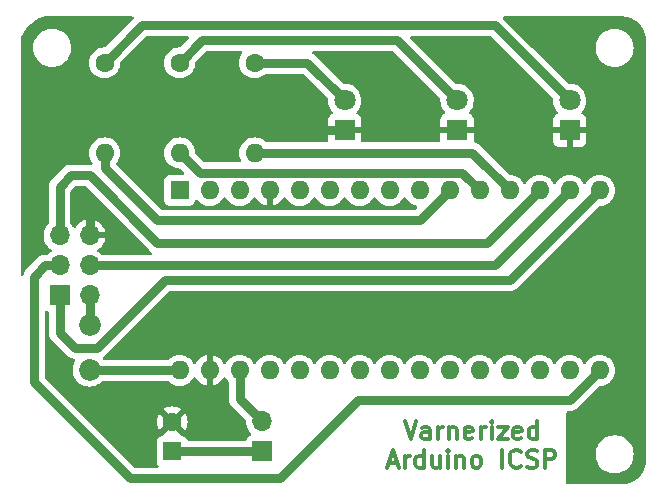
<source format=gbr>
%TF.GenerationSoftware,KiCad,Pcbnew,6.0.2+dfsg-1*%
%TF.CreationDate,2022-06-24T15:46:44-04:00*%
%TF.ProjectId,NanoISP,4e616e6f-4953-4502-9e6b-696361645f70,rev?*%
%TF.SameCoordinates,PX6521e48PY1aa54a0*%
%TF.FileFunction,Copper,L1,Top*%
%TF.FilePolarity,Positive*%
%FSLAX46Y46*%
G04 Gerber Fmt 4.6, Leading zero omitted, Abs format (unit mm)*
G04 Created by KiCad (PCBNEW 6.0.2+dfsg-1) date 2022-06-24 15:46:44*
%MOMM*%
%LPD*%
G01*
G04 APERTURE LIST*
%ADD10C,0.300000*%
%TA.AperFunction,NonConductor*%
%ADD11C,0.300000*%
%TD*%
%TA.AperFunction,ComponentPad*%
%ADD12C,1.600000*%
%TD*%
%TA.AperFunction,ComponentPad*%
%ADD13R,1.600000X1.600000*%
%TD*%
%TA.AperFunction,ComponentPad*%
%ADD14R,1.700000X1.700000*%
%TD*%
%TA.AperFunction,ComponentPad*%
%ADD15O,1.700000X1.700000*%
%TD*%
%TA.AperFunction,ComponentPad*%
%ADD16O,1.600000X1.600000*%
%TD*%
%TA.AperFunction,ComponentPad*%
%ADD17R,1.800000X1.800000*%
%TD*%
%TA.AperFunction,ComponentPad*%
%ADD18C,1.800000*%
%TD*%
%TA.AperFunction,ViaPad*%
%ADD19C,1.850000*%
%TD*%
%TA.AperFunction,Conductor*%
%ADD20C,0.800000*%
%TD*%
G04 APERTURE END LIST*
D10*
D11*
X33020714Y-34801071D02*
X33520714Y-36301071D01*
X34020714Y-34801071D01*
X35163571Y-36301071D02*
X35163571Y-35515357D01*
X35092142Y-35372500D01*
X34949285Y-35301071D01*
X34663571Y-35301071D01*
X34520714Y-35372500D01*
X35163571Y-36229642D02*
X35020714Y-36301071D01*
X34663571Y-36301071D01*
X34520714Y-36229642D01*
X34449285Y-36086785D01*
X34449285Y-35943928D01*
X34520714Y-35801071D01*
X34663571Y-35729642D01*
X35020714Y-35729642D01*
X35163571Y-35658214D01*
X35877857Y-36301071D02*
X35877857Y-35301071D01*
X35877857Y-35586785D02*
X35949285Y-35443928D01*
X36020714Y-35372500D01*
X36163571Y-35301071D01*
X36306428Y-35301071D01*
X36806428Y-35301071D02*
X36806428Y-36301071D01*
X36806428Y-35443928D02*
X36877857Y-35372500D01*
X37020714Y-35301071D01*
X37235000Y-35301071D01*
X37377857Y-35372500D01*
X37449285Y-35515357D01*
X37449285Y-36301071D01*
X38735000Y-36229642D02*
X38592142Y-36301071D01*
X38306428Y-36301071D01*
X38163571Y-36229642D01*
X38092142Y-36086785D01*
X38092142Y-35515357D01*
X38163571Y-35372500D01*
X38306428Y-35301071D01*
X38592142Y-35301071D01*
X38735000Y-35372500D01*
X38806428Y-35515357D01*
X38806428Y-35658214D01*
X38092142Y-35801071D01*
X39449285Y-36301071D02*
X39449285Y-35301071D01*
X39449285Y-35586785D02*
X39520714Y-35443928D01*
X39592142Y-35372500D01*
X39735000Y-35301071D01*
X39877857Y-35301071D01*
X40377857Y-36301071D02*
X40377857Y-35301071D01*
X40377857Y-34801071D02*
X40306428Y-34872500D01*
X40377857Y-34943928D01*
X40449285Y-34872500D01*
X40377857Y-34801071D01*
X40377857Y-34943928D01*
X40949285Y-35301071D02*
X41735000Y-35301071D01*
X40949285Y-36301071D01*
X41735000Y-36301071D01*
X42877857Y-36229642D02*
X42735000Y-36301071D01*
X42449285Y-36301071D01*
X42306428Y-36229642D01*
X42235000Y-36086785D01*
X42235000Y-35515357D01*
X42306428Y-35372500D01*
X42449285Y-35301071D01*
X42735000Y-35301071D01*
X42877857Y-35372500D01*
X42949285Y-35515357D01*
X42949285Y-35658214D01*
X42235000Y-35801071D01*
X44235000Y-36301071D02*
X44235000Y-34801071D01*
X44235000Y-36229642D02*
X44092142Y-36301071D01*
X43806428Y-36301071D01*
X43663571Y-36229642D01*
X43592142Y-36158214D01*
X43520714Y-36015357D01*
X43520714Y-35586785D01*
X43592142Y-35443928D01*
X43663571Y-35372500D01*
X43806428Y-35301071D01*
X44092142Y-35301071D01*
X44235000Y-35372500D01*
X31699285Y-38287500D02*
X32413571Y-38287500D01*
X31556428Y-38716071D02*
X32056428Y-37216071D01*
X32556428Y-38716071D01*
X33056428Y-38716071D02*
X33056428Y-37716071D01*
X33056428Y-38001785D02*
X33127857Y-37858928D01*
X33199285Y-37787500D01*
X33342142Y-37716071D01*
X33485000Y-37716071D01*
X34627857Y-38716071D02*
X34627857Y-37216071D01*
X34627857Y-38644642D02*
X34485000Y-38716071D01*
X34199285Y-38716071D01*
X34056428Y-38644642D01*
X33985000Y-38573214D01*
X33913571Y-38430357D01*
X33913571Y-38001785D01*
X33985000Y-37858928D01*
X34056428Y-37787500D01*
X34199285Y-37716071D01*
X34485000Y-37716071D01*
X34627857Y-37787500D01*
X35985000Y-37716071D02*
X35985000Y-38716071D01*
X35342142Y-37716071D02*
X35342142Y-38501785D01*
X35413571Y-38644642D01*
X35556428Y-38716071D01*
X35770714Y-38716071D01*
X35913571Y-38644642D01*
X35985000Y-38573214D01*
X36699285Y-38716071D02*
X36699285Y-37716071D01*
X36699285Y-37216071D02*
X36627857Y-37287500D01*
X36699285Y-37358928D01*
X36770714Y-37287500D01*
X36699285Y-37216071D01*
X36699285Y-37358928D01*
X37413571Y-37716071D02*
X37413571Y-38716071D01*
X37413571Y-37858928D02*
X37485000Y-37787500D01*
X37627857Y-37716071D01*
X37842142Y-37716071D01*
X37985000Y-37787500D01*
X38056428Y-37930357D01*
X38056428Y-38716071D01*
X38985000Y-38716071D02*
X38842142Y-38644642D01*
X38770714Y-38573214D01*
X38699285Y-38430357D01*
X38699285Y-38001785D01*
X38770714Y-37858928D01*
X38842142Y-37787500D01*
X38985000Y-37716071D01*
X39199285Y-37716071D01*
X39342142Y-37787500D01*
X39413571Y-37858928D01*
X39485000Y-38001785D01*
X39485000Y-38430357D01*
X39413571Y-38573214D01*
X39342142Y-38644642D01*
X39199285Y-38716071D01*
X38985000Y-38716071D01*
X41270714Y-38716071D02*
X41270714Y-37216071D01*
X42842142Y-38573214D02*
X42770714Y-38644642D01*
X42556428Y-38716071D01*
X42413571Y-38716071D01*
X42199285Y-38644642D01*
X42056428Y-38501785D01*
X41985000Y-38358928D01*
X41913571Y-38073214D01*
X41913571Y-37858928D01*
X41985000Y-37573214D01*
X42056428Y-37430357D01*
X42199285Y-37287500D01*
X42413571Y-37216071D01*
X42556428Y-37216071D01*
X42770714Y-37287500D01*
X42842142Y-37358928D01*
X43413571Y-38644642D02*
X43627857Y-38716071D01*
X43985000Y-38716071D01*
X44127857Y-38644642D01*
X44199285Y-38573214D01*
X44270714Y-38430357D01*
X44270714Y-38287500D01*
X44199285Y-38144642D01*
X44127857Y-38073214D01*
X43985000Y-38001785D01*
X43699285Y-37930357D01*
X43556428Y-37858928D01*
X43485000Y-37787500D01*
X43413571Y-37644642D01*
X43413571Y-37501785D01*
X43485000Y-37358928D01*
X43556428Y-37287500D01*
X43699285Y-37216071D01*
X44056428Y-37216071D01*
X44270714Y-37287500D01*
X44913571Y-38716071D02*
X44913571Y-37216071D01*
X45485000Y-37216071D01*
X45627857Y-37287500D01*
X45699285Y-37358928D01*
X45770714Y-37501785D01*
X45770714Y-37716071D01*
X45699285Y-37858928D01*
X45627857Y-37930357D01*
X45485000Y-38001785D01*
X44913571Y-38001785D01*
D12*
%TO.P,C1,2*%
%TO.N,/GND*%
X13335000Y-34843000D03*
D13*
%TO.P,C1,1*%
%TO.N,Net-(C1-Pad1)*%
X13335000Y-37343000D03*
%TD*%
D14*
%TO.P,J2,1,Pin_1*%
%TO.N,Net-(C1-Pad1)*%
X20955000Y-37343000D03*
D15*
%TO.P,J2,2,Pin_2*%
%TO.N,Net-(A1-Pad28)*%
X20955000Y-34803000D03*
%TD*%
D12*
%TO.P,R1,1*%
%TO.N,Net-(D1-Pad2)*%
X7620000Y-4445000D03*
D16*
%TO.P,R1,2*%
%TO.N,Net-(A1-Pad10)*%
X7620000Y-12065000D03*
%TD*%
D12*
%TO.P,R2,1*%
%TO.N,Net-(D2-Pad2)*%
X13970000Y-4445000D03*
D16*
%TO.P,R2,2*%
%TO.N,Net-(A1-Pad11)*%
X13970000Y-12065000D03*
%TD*%
D12*
%TO.P,R3,1*%
%TO.N,Net-(D3-Pad2)*%
X20320000Y-4445000D03*
D16*
%TO.P,R3,2*%
%TO.N,Net-(A1-Pad12)*%
X20320000Y-12065000D03*
%TD*%
D17*
%TO.P,D3,1,K*%
%TO.N,/GND*%
X27940000Y-10160000D03*
D18*
%TO.P,D3,2,A*%
%TO.N,Net-(D3-Pad2)*%
X27940000Y-7620000D03*
%TD*%
D14*
%TO.P,J1,1,Pin_1*%
%TO.N,Net-(A1-Pad15)*%
X3810000Y-24130000D03*
D15*
%TO.P,J1,2,Pin_2*%
%TO.N,Net-(A1-Pad30)*%
X6350000Y-24130000D03*
%TO.P,J1,3,Pin_3*%
%TO.N,Net-(A1-Pad16)*%
X3810000Y-21590000D03*
%TO.P,J1,4,Pin_4*%
%TO.N,Net-(A1-Pad14)*%
X6350000Y-21590000D03*
%TO.P,J1,5,Pin_5*%
%TO.N,Net-(A1-Pad13)*%
X3810000Y-19050000D03*
%TO.P,J1,6,Pin_6*%
%TO.N,/GND*%
X6350000Y-19050000D03*
%TD*%
D13*
%TO.P,A1,1,D1/TX*%
%TO.N,unconnected-(A1-Pad1)*%
X13970000Y-15240000D03*
D16*
%TO.P,A1,2,D0/RX*%
%TO.N,unconnected-(A1-Pad2)*%
X16510000Y-15240000D03*
%TO.P,A1,3,~{RESET}*%
%TO.N,unconnected-(A1-Pad3)*%
X19050000Y-15240000D03*
%TO.P,A1,4,GND*%
%TO.N,/GND*%
X21590000Y-15240000D03*
%TO.P,A1,5,D2*%
%TO.N,unconnected-(A1-Pad5)*%
X24130000Y-15240000D03*
%TO.P,A1,6,D3*%
%TO.N,unconnected-(A1-Pad6)*%
X26670000Y-15240000D03*
%TO.P,A1,7,D4*%
%TO.N,unconnected-(A1-Pad7)*%
X29210000Y-15240000D03*
%TO.P,A1,8,D5*%
%TO.N,unconnected-(A1-Pad8)*%
X31750000Y-15240000D03*
%TO.P,A1,9,D6*%
%TO.N,unconnected-(A1-Pad9)*%
X34290000Y-15240000D03*
%TO.P,A1,10,D7*%
%TO.N,Net-(A1-Pad10)*%
X36830000Y-15240000D03*
%TO.P,A1,11,D8*%
%TO.N,Net-(A1-Pad11)*%
X39370000Y-15240000D03*
%TO.P,A1,12,D9*%
%TO.N,Net-(A1-Pad12)*%
X41910000Y-15240000D03*
%TO.P,A1,13,D10*%
%TO.N,Net-(A1-Pad13)*%
X44450000Y-15240000D03*
%TO.P,A1,14,D11*%
%TO.N,Net-(A1-Pad14)*%
X46990000Y-15240000D03*
%TO.P,A1,15,D12*%
%TO.N,Net-(A1-Pad15)*%
X49530000Y-15240000D03*
%TO.P,A1,16,D13*%
%TO.N,Net-(A1-Pad16)*%
X49530000Y-30480000D03*
%TO.P,A1,17,3V3*%
%TO.N,unconnected-(A1-Pad17)*%
X46990000Y-30480000D03*
%TO.P,A1,18,AREF*%
%TO.N,unconnected-(A1-Pad18)*%
X44450000Y-30480000D03*
%TO.P,A1,19,A0*%
%TO.N,unconnected-(A1-Pad19)*%
X41910000Y-30480000D03*
%TO.P,A1,20,A1*%
%TO.N,unconnected-(A1-Pad20)*%
X39370000Y-30480000D03*
%TO.P,A1,21,A2*%
%TO.N,unconnected-(A1-Pad21)*%
X36830000Y-30480000D03*
%TO.P,A1,22,A3*%
%TO.N,unconnected-(A1-Pad22)*%
X34290000Y-30480000D03*
%TO.P,A1,23,A4*%
%TO.N,unconnected-(A1-Pad23)*%
X31750000Y-30480000D03*
%TO.P,A1,24,A5*%
%TO.N,unconnected-(A1-Pad24)*%
X29210000Y-30480000D03*
%TO.P,A1,25,A6*%
%TO.N,unconnected-(A1-Pad25)*%
X26670000Y-30480000D03*
%TO.P,A1,26,A7*%
%TO.N,unconnected-(A1-Pad26)*%
X24130000Y-30480000D03*
%TO.P,A1,27,+5V*%
%TO.N,unconnected-(A1-Pad27)*%
X21590000Y-30480000D03*
%TO.P,A1,28,~{RESET}*%
%TO.N,Net-(A1-Pad28)*%
X19050000Y-30480000D03*
%TO.P,A1,29,GND*%
%TO.N,/GND*%
X16510000Y-30480000D03*
%TO.P,A1,30,VIN*%
%TO.N,Net-(A1-Pad30)*%
X13970000Y-30480000D03*
%TD*%
D17*
%TO.P,D2,1,K*%
%TO.N,/GND*%
X37465000Y-10160000D03*
D18*
%TO.P,D2,2,A*%
%TO.N,Net-(D2-Pad2)*%
X37465000Y-7620000D03*
%TD*%
D17*
%TO.P,D1,1,K*%
%TO.N,/GND*%
X46990000Y-10160000D03*
D18*
%TO.P,D1,2,A*%
%TO.N,Net-(D1-Pad2)*%
X46990000Y-7620000D03*
%TD*%
D19*
%TO.N,Net-(A1-Pad30)*%
X6350000Y-30417505D03*
X6350000Y-26670000D03*
%TO.N,/GND*%
X5715000Y-15875000D03*
X3810000Y-12065000D03*
%TD*%
D20*
%TO.N,Net-(C1-Pad1)*%
X13335000Y-37343000D02*
X20955000Y-37343000D01*
%TO.N,Net-(A1-Pad16)*%
X49530000Y-30480000D02*
X46990000Y-33020000D01*
X1651000Y-22546920D02*
X2607920Y-21590000D01*
X46990000Y-33020000D02*
X29083000Y-33020000D01*
X29083000Y-33020000D02*
X22479000Y-39624000D01*
X22479000Y-39624000D02*
X9779000Y-39624000D01*
X9779000Y-39624000D02*
X1651000Y-31496000D01*
X1651000Y-31496000D02*
X1651000Y-22546920D01*
X2607920Y-21590000D02*
X3810000Y-21590000D01*
%TO.N,Net-(C1-Pad1)*%
X13862888Y-37343000D02*
X13843000Y-37362888D01*
%TO.N,Net-(A1-Pad28)*%
X19050000Y-30480000D02*
X19050000Y-32898000D01*
X19050000Y-32898000D02*
X20955000Y-34803000D01*
%TO.N,Net-(A1-Pad30)*%
X6474989Y-30480000D02*
X13970000Y-30480000D01*
X6350000Y-30417505D02*
X6474989Y-30480000D01*
X6350000Y-30355011D02*
X6350000Y-30417505D01*
X6350000Y-26670000D02*
X6350000Y-24130000D01*
X6350000Y-27000500D02*
X6350000Y-26670000D01*
%TO.N,/GND*%
X6350000Y-16510000D02*
X5715000Y-15875000D01*
X6350000Y-19050000D02*
X6350000Y-16510000D01*
X3810000Y-12065000D02*
X5715000Y-10160000D01*
X5715000Y-10160000D02*
X27940000Y-10160000D01*
%TO.N,Net-(A1-Pad10)*%
X7620000Y-13335000D02*
X7620000Y-12065000D01*
X12065000Y-17780000D02*
X7620000Y-13335000D01*
X34290000Y-17780000D02*
X12065000Y-17780000D01*
X36830000Y-15240000D02*
X34290000Y-17780000D01*
%TO.N,Net-(A1-Pad11)*%
X37920489Y-13790489D02*
X15695489Y-13790489D01*
X15695489Y-13790489D02*
X13970000Y-12065000D01*
X39370000Y-15240000D02*
X37920489Y-13790489D01*
%TO.N,Net-(A1-Pad12)*%
X20320000Y-12065000D02*
X38735000Y-12065000D01*
X38735000Y-12065000D02*
X41910000Y-15240000D01*
%TO.N,Net-(A1-Pad13)*%
X4762500Y-13970000D02*
X3810000Y-14922500D01*
X3810000Y-14922500D02*
X3810000Y-19050000D01*
X40005000Y-19685000D02*
X12065000Y-19685000D01*
X6350000Y-13970000D02*
X4762500Y-13970000D01*
X12065000Y-19685000D02*
X6350000Y-13970000D01*
X44450000Y-15240000D02*
X40005000Y-19685000D01*
%TO.N,Net-(A1-Pad14)*%
X46990000Y-15240000D02*
X40640000Y-21590000D01*
X40640000Y-21590000D02*
X6350000Y-21590000D01*
%TO.N,Net-(A1-Pad15)*%
X49530000Y-15240000D02*
X41910000Y-22860000D01*
X5080011Y-28575011D02*
X3810000Y-27305000D01*
X12717196Y-22860000D02*
X7002185Y-28575011D01*
X7002185Y-28575011D02*
X5080011Y-28575011D01*
X41910000Y-22860000D02*
X12717196Y-22860000D01*
X3810000Y-27305000D02*
X3810000Y-24130000D01*
%TO.N,Net-(D1-Pad2)*%
X40640000Y-1270000D02*
X46990000Y-7620000D01*
X10795000Y-1270000D02*
X40640000Y-1270000D01*
X7620000Y-4445000D02*
X10795000Y-1270000D01*
%TO.N,Net-(D2-Pad2)*%
X32385000Y-2540000D02*
X37465000Y-7620000D01*
X15875000Y-2540000D02*
X32385000Y-2540000D01*
X13970000Y-4445000D02*
X15875000Y-2540000D01*
%TO.N,Net-(D3-Pad2)*%
X24765000Y-4445000D02*
X20320000Y-4445000D01*
X27940000Y-7620000D02*
X24765000Y-4445000D01*
%TD*%
%TA.AperFunction,Conductor*%
%TO.N,/GND*%
G36*
X10036118Y-528002D02*
G01*
X10082611Y-581658D01*
X10092715Y-651932D01*
X10063221Y-716512D01*
X10057092Y-723095D01*
X7683864Y-3096323D01*
X7621552Y-3130349D01*
X7605754Y-3132748D01*
X7527096Y-3139630D01*
X7397394Y-3150977D01*
X7397389Y-3150978D01*
X7391913Y-3151457D01*
X7386600Y-3152881D01*
X7386598Y-3152881D01*
X7176067Y-3209293D01*
X7176065Y-3209294D01*
X7170757Y-3210716D01*
X7165776Y-3213039D01*
X7165775Y-3213039D01*
X6968238Y-3305151D01*
X6968233Y-3305154D01*
X6963251Y-3307477D01*
X6858389Y-3380902D01*
X6780211Y-3435643D01*
X6780208Y-3435645D01*
X6775700Y-3438802D01*
X6613802Y-3600700D01*
X6610645Y-3605208D01*
X6610643Y-3605211D01*
X6566132Y-3668779D01*
X6482477Y-3788251D01*
X6480154Y-3793233D01*
X6480151Y-3793238D01*
X6424902Y-3911722D01*
X6385716Y-3995757D01*
X6326457Y-4216913D01*
X6306502Y-4445000D01*
X6326457Y-4673087D01*
X6327881Y-4678400D01*
X6327881Y-4678402D01*
X6355991Y-4783307D01*
X6385716Y-4894243D01*
X6388039Y-4899224D01*
X6388039Y-4899225D01*
X6480151Y-5096762D01*
X6480154Y-5096767D01*
X6482477Y-5101749D01*
X6613802Y-5289300D01*
X6775700Y-5451198D01*
X6780208Y-5454355D01*
X6780211Y-5454357D01*
X6858389Y-5509098D01*
X6963251Y-5582523D01*
X6968233Y-5584846D01*
X6968238Y-5584849D01*
X7165775Y-5676961D01*
X7170757Y-5679284D01*
X7176065Y-5680706D01*
X7176067Y-5680707D01*
X7386598Y-5737119D01*
X7386600Y-5737119D01*
X7391913Y-5738543D01*
X7620000Y-5758498D01*
X7848087Y-5738543D01*
X7853400Y-5737119D01*
X7853402Y-5737119D01*
X8063933Y-5680707D01*
X8063935Y-5680706D01*
X8069243Y-5679284D01*
X8074225Y-5676961D01*
X8271762Y-5584849D01*
X8271767Y-5584846D01*
X8276749Y-5582523D01*
X8381611Y-5509098D01*
X8459789Y-5454357D01*
X8459792Y-5454355D01*
X8464300Y-5451198D01*
X8626198Y-5289300D01*
X8757523Y-5101749D01*
X8759846Y-5096767D01*
X8759849Y-5096762D01*
X8851961Y-4899225D01*
X8851961Y-4899224D01*
X8854284Y-4894243D01*
X8884010Y-4783307D01*
X8912119Y-4678402D01*
X8912119Y-4678400D01*
X8913543Y-4673087D01*
X8914022Y-4667611D01*
X8914023Y-4667606D01*
X8932251Y-4459250D01*
X8958114Y-4393131D01*
X8968677Y-4381136D01*
X11134408Y-2215405D01*
X11196720Y-2181379D01*
X11223503Y-2178500D01*
X14647497Y-2178500D01*
X14715618Y-2198502D01*
X14762111Y-2252158D01*
X14772215Y-2322432D01*
X14742721Y-2387012D01*
X14736592Y-2393595D01*
X14033864Y-3096323D01*
X13971552Y-3130349D01*
X13955754Y-3132748D01*
X13877096Y-3139630D01*
X13747394Y-3150977D01*
X13747389Y-3150978D01*
X13741913Y-3151457D01*
X13736600Y-3152881D01*
X13736598Y-3152881D01*
X13526067Y-3209293D01*
X13526065Y-3209294D01*
X13520757Y-3210716D01*
X13515776Y-3213039D01*
X13515775Y-3213039D01*
X13318238Y-3305151D01*
X13318233Y-3305154D01*
X13313251Y-3307477D01*
X13208389Y-3380902D01*
X13130211Y-3435643D01*
X13130208Y-3435645D01*
X13125700Y-3438802D01*
X12963802Y-3600700D01*
X12960645Y-3605208D01*
X12960643Y-3605211D01*
X12916132Y-3668779D01*
X12832477Y-3788251D01*
X12830154Y-3793233D01*
X12830151Y-3793238D01*
X12774902Y-3911722D01*
X12735716Y-3995757D01*
X12676457Y-4216913D01*
X12656502Y-4445000D01*
X12676457Y-4673087D01*
X12677881Y-4678400D01*
X12677881Y-4678402D01*
X12705991Y-4783307D01*
X12735716Y-4894243D01*
X12738039Y-4899224D01*
X12738039Y-4899225D01*
X12830151Y-5096762D01*
X12830154Y-5096767D01*
X12832477Y-5101749D01*
X12963802Y-5289300D01*
X13125700Y-5451198D01*
X13130208Y-5454355D01*
X13130211Y-5454357D01*
X13208389Y-5509098D01*
X13313251Y-5582523D01*
X13318233Y-5584846D01*
X13318238Y-5584849D01*
X13515775Y-5676961D01*
X13520757Y-5679284D01*
X13526065Y-5680706D01*
X13526067Y-5680707D01*
X13736598Y-5737119D01*
X13736600Y-5737119D01*
X13741913Y-5738543D01*
X13970000Y-5758498D01*
X14198087Y-5738543D01*
X14203400Y-5737119D01*
X14203402Y-5737119D01*
X14413933Y-5680707D01*
X14413935Y-5680706D01*
X14419243Y-5679284D01*
X14424225Y-5676961D01*
X14621762Y-5584849D01*
X14621767Y-5584846D01*
X14626749Y-5582523D01*
X14731611Y-5509098D01*
X14809789Y-5454357D01*
X14809792Y-5454355D01*
X14814300Y-5451198D01*
X14976198Y-5289300D01*
X15107523Y-5101749D01*
X15109846Y-5096767D01*
X15109849Y-5096762D01*
X15201961Y-4899225D01*
X15201961Y-4899224D01*
X15204284Y-4894243D01*
X15234010Y-4783307D01*
X15262119Y-4678402D01*
X15262119Y-4678400D01*
X15263543Y-4673087D01*
X15264022Y-4667611D01*
X15264023Y-4667606D01*
X15282251Y-4459250D01*
X15308114Y-4393131D01*
X15318677Y-4381136D01*
X16214408Y-3485405D01*
X16276720Y-3451379D01*
X16303503Y-3448500D01*
X19178330Y-3448500D01*
X19246451Y-3468502D01*
X19292944Y-3522158D01*
X19303048Y-3592432D01*
X19281543Y-3646770D01*
X19182477Y-3788251D01*
X19180154Y-3793233D01*
X19180151Y-3793238D01*
X19124902Y-3911722D01*
X19085716Y-3995757D01*
X19026457Y-4216913D01*
X19006502Y-4445000D01*
X19026457Y-4673087D01*
X19027881Y-4678400D01*
X19027881Y-4678402D01*
X19055991Y-4783307D01*
X19085716Y-4894243D01*
X19088039Y-4899224D01*
X19088039Y-4899225D01*
X19180151Y-5096762D01*
X19180154Y-5096767D01*
X19182477Y-5101749D01*
X19313802Y-5289300D01*
X19475700Y-5451198D01*
X19480208Y-5454355D01*
X19480211Y-5454357D01*
X19558389Y-5509098D01*
X19663251Y-5582523D01*
X19668233Y-5584846D01*
X19668238Y-5584849D01*
X19865775Y-5676961D01*
X19870757Y-5679284D01*
X19876065Y-5680706D01*
X19876067Y-5680707D01*
X20086598Y-5737119D01*
X20086600Y-5737119D01*
X20091913Y-5738543D01*
X20320000Y-5758498D01*
X20548087Y-5738543D01*
X20553400Y-5737119D01*
X20553402Y-5737119D01*
X20763933Y-5680707D01*
X20763935Y-5680706D01*
X20769243Y-5679284D01*
X20774225Y-5676961D01*
X20971762Y-5584849D01*
X20971767Y-5584846D01*
X20976749Y-5582523D01*
X21081611Y-5509098D01*
X21159789Y-5454357D01*
X21159792Y-5454355D01*
X21164300Y-5451198D01*
X21225093Y-5390405D01*
X21287405Y-5356379D01*
X21314188Y-5353500D01*
X24336497Y-5353500D01*
X24404618Y-5373502D01*
X24425592Y-5390405D01*
X26493536Y-7458349D01*
X26527562Y-7520661D01*
X26529727Y-7560834D01*
X26527644Y-7580326D01*
X26527644Y-7580333D01*
X26527095Y-7585469D01*
X26527392Y-7590622D01*
X26527392Y-7590625D01*
X26533067Y-7689041D01*
X26540427Y-7816697D01*
X26541564Y-7821743D01*
X26541565Y-7821749D01*
X26573741Y-7964523D01*
X26591346Y-8042642D01*
X26593288Y-8047424D01*
X26593289Y-8047428D01*
X26676540Y-8252450D01*
X26678484Y-8257237D01*
X26799501Y-8454719D01*
X26802882Y-8458622D01*
X26911653Y-8584191D01*
X26941135Y-8648776D01*
X26931020Y-8719049D01*
X26884519Y-8772697D01*
X26860646Y-8784670D01*
X26801944Y-8806677D01*
X26786351Y-8815214D01*
X26684276Y-8891715D01*
X26671715Y-8904276D01*
X26595214Y-9006351D01*
X26586676Y-9021946D01*
X26541522Y-9142394D01*
X26537895Y-9157649D01*
X26532369Y-9208514D01*
X26532000Y-9215328D01*
X26532000Y-9887885D01*
X26536475Y-9903124D01*
X26537865Y-9904329D01*
X26545548Y-9906000D01*
X29329884Y-9906000D01*
X29345123Y-9901525D01*
X29346328Y-9900135D01*
X29347999Y-9892452D01*
X29347999Y-9215331D01*
X29347629Y-9208510D01*
X29342105Y-9157648D01*
X29338479Y-9142396D01*
X29293324Y-9021946D01*
X29284786Y-9006351D01*
X29208285Y-8904276D01*
X29195724Y-8891715D01*
X29093649Y-8815214D01*
X29078052Y-8806675D01*
X29019415Y-8784693D01*
X28962650Y-8742052D01*
X28937950Y-8675490D01*
X28953157Y-8606141D01*
X28974703Y-8577461D01*
X29012641Y-8539654D01*
X29016303Y-8536005D01*
X29151458Y-8347917D01*
X29198641Y-8252450D01*
X29251784Y-8144922D01*
X29251785Y-8144920D01*
X29254078Y-8140280D01*
X29321408Y-7918671D01*
X29351640Y-7689041D01*
X29353327Y-7620000D01*
X29340037Y-7458349D01*
X29334773Y-7394318D01*
X29334772Y-7394312D01*
X29334349Y-7389167D01*
X29277925Y-7164533D01*
X29185570Y-6952131D01*
X29059764Y-6757665D01*
X28903887Y-6586358D01*
X28899836Y-6583159D01*
X28899832Y-6583155D01*
X28726177Y-6446011D01*
X28726172Y-6446008D01*
X28722123Y-6442810D01*
X28717607Y-6440317D01*
X28717604Y-6440315D01*
X28523879Y-6333373D01*
X28523875Y-6333371D01*
X28519355Y-6330876D01*
X28514486Y-6329152D01*
X28514482Y-6329150D01*
X28305903Y-6255288D01*
X28305899Y-6255287D01*
X28301028Y-6253562D01*
X28295935Y-6252655D01*
X28295932Y-6252654D01*
X28078095Y-6213851D01*
X28078089Y-6213850D01*
X28073006Y-6212945D01*
X27865888Y-6210415D01*
X27798017Y-6189582D01*
X27778332Y-6173519D01*
X25464981Y-3860168D01*
X25452140Y-3845135D01*
X25447746Y-3839087D01*
X25447745Y-3839086D01*
X25443866Y-3833747D01*
X25393041Y-3787984D01*
X25388256Y-3783443D01*
X25373741Y-3768928D01*
X25366282Y-3762888D01*
X25357784Y-3756006D01*
X25352769Y-3751722D01*
X25306855Y-3710381D01*
X25306850Y-3710377D01*
X25301944Y-3705960D01*
X25296228Y-3702660D01*
X25296224Y-3702657D01*
X25289763Y-3698927D01*
X25273466Y-3687727D01*
X25267658Y-3683024D01*
X25262530Y-3678871D01*
X25261853Y-3678526D01*
X25217029Y-3626293D01*
X25207262Y-3555971D01*
X25237064Y-3491532D01*
X25296973Y-3453435D01*
X25331892Y-3448500D01*
X31956497Y-3448500D01*
X32024618Y-3468502D01*
X32045592Y-3485405D01*
X36018536Y-7458349D01*
X36052562Y-7520661D01*
X36054727Y-7560834D01*
X36052644Y-7580326D01*
X36052644Y-7580333D01*
X36052095Y-7585469D01*
X36052392Y-7590622D01*
X36052392Y-7590625D01*
X36058067Y-7689041D01*
X36065427Y-7816697D01*
X36066564Y-7821743D01*
X36066565Y-7821749D01*
X36098741Y-7964523D01*
X36116346Y-8042642D01*
X36118288Y-8047424D01*
X36118289Y-8047428D01*
X36201540Y-8252450D01*
X36203484Y-8257237D01*
X36324501Y-8454719D01*
X36327882Y-8458622D01*
X36436653Y-8584191D01*
X36466135Y-8648776D01*
X36456020Y-8719049D01*
X36409519Y-8772697D01*
X36385646Y-8784670D01*
X36326944Y-8806677D01*
X36311351Y-8815214D01*
X36209276Y-8891715D01*
X36196715Y-8904276D01*
X36120214Y-9006351D01*
X36111676Y-9021946D01*
X36066522Y-9142394D01*
X36062895Y-9157649D01*
X36057369Y-9208514D01*
X36057000Y-9215328D01*
X36057000Y-9887885D01*
X36061475Y-9903124D01*
X36062865Y-9904329D01*
X36070548Y-9906000D01*
X38854884Y-9906000D01*
X38870123Y-9901525D01*
X38871328Y-9900135D01*
X38872999Y-9892452D01*
X38872999Y-9215331D01*
X38872629Y-9208510D01*
X38867105Y-9157648D01*
X38863479Y-9142396D01*
X38818324Y-9021946D01*
X38809786Y-9006351D01*
X38733285Y-8904276D01*
X38720724Y-8891715D01*
X38618649Y-8815214D01*
X38603052Y-8806675D01*
X38544415Y-8784693D01*
X38487650Y-8742052D01*
X38462950Y-8675490D01*
X38478157Y-8606141D01*
X38499703Y-8577461D01*
X38537641Y-8539654D01*
X38541303Y-8536005D01*
X38676458Y-8347917D01*
X38723641Y-8252450D01*
X38776784Y-8144922D01*
X38776785Y-8144920D01*
X38779078Y-8140280D01*
X38846408Y-7918671D01*
X38876640Y-7689041D01*
X38878327Y-7620000D01*
X38865037Y-7458349D01*
X38859773Y-7394318D01*
X38859772Y-7394312D01*
X38859349Y-7389167D01*
X38802925Y-7164533D01*
X38710570Y-6952131D01*
X38584764Y-6757665D01*
X38428887Y-6586358D01*
X38424836Y-6583159D01*
X38424832Y-6583155D01*
X38251177Y-6446011D01*
X38251172Y-6446008D01*
X38247123Y-6442810D01*
X38242607Y-6440317D01*
X38242604Y-6440315D01*
X38048879Y-6333373D01*
X38048875Y-6333371D01*
X38044355Y-6330876D01*
X38039486Y-6329152D01*
X38039482Y-6329150D01*
X37830903Y-6255288D01*
X37830899Y-6255287D01*
X37826028Y-6253562D01*
X37820935Y-6252655D01*
X37820932Y-6252654D01*
X37603095Y-6213851D01*
X37603089Y-6213850D01*
X37598006Y-6212945D01*
X37390888Y-6210415D01*
X37323017Y-6189582D01*
X37303332Y-6173519D01*
X33523408Y-2393595D01*
X33489382Y-2331283D01*
X33494447Y-2260468D01*
X33536994Y-2203632D01*
X33603514Y-2178821D01*
X33612503Y-2178500D01*
X40211497Y-2178500D01*
X40279618Y-2198502D01*
X40300592Y-2215405D01*
X45543536Y-7458349D01*
X45577562Y-7520661D01*
X45579727Y-7560834D01*
X45577644Y-7580326D01*
X45577644Y-7580333D01*
X45577095Y-7585469D01*
X45577392Y-7590622D01*
X45577392Y-7590625D01*
X45583067Y-7689041D01*
X45590427Y-7816697D01*
X45591564Y-7821743D01*
X45591565Y-7821749D01*
X45623741Y-7964523D01*
X45641346Y-8042642D01*
X45643288Y-8047424D01*
X45643289Y-8047428D01*
X45726540Y-8252450D01*
X45728484Y-8257237D01*
X45849501Y-8454719D01*
X45852882Y-8458622D01*
X45961653Y-8584191D01*
X45991135Y-8648776D01*
X45981020Y-8719049D01*
X45934519Y-8772697D01*
X45910646Y-8784670D01*
X45851944Y-8806677D01*
X45836351Y-8815214D01*
X45734276Y-8891715D01*
X45721715Y-8904276D01*
X45645214Y-9006351D01*
X45636676Y-9021946D01*
X45591522Y-9142394D01*
X45587895Y-9157649D01*
X45582369Y-9208514D01*
X45582000Y-9215328D01*
X45582000Y-9887885D01*
X45586475Y-9903124D01*
X45587865Y-9904329D01*
X45595548Y-9906000D01*
X48379884Y-9906000D01*
X48395123Y-9901525D01*
X48396328Y-9900135D01*
X48397999Y-9892452D01*
X48397999Y-9215331D01*
X48397629Y-9208510D01*
X48392105Y-9157648D01*
X48388479Y-9142396D01*
X48343324Y-9021946D01*
X48334786Y-9006351D01*
X48258285Y-8904276D01*
X48245724Y-8891715D01*
X48143649Y-8815214D01*
X48128052Y-8806675D01*
X48069415Y-8784693D01*
X48012650Y-8742052D01*
X47987950Y-8675490D01*
X48003157Y-8606141D01*
X48024703Y-8577461D01*
X48062641Y-8539654D01*
X48066303Y-8536005D01*
X48201458Y-8347917D01*
X48248641Y-8252450D01*
X48301784Y-8144922D01*
X48301785Y-8144920D01*
X48304078Y-8140280D01*
X48371408Y-7918671D01*
X48401640Y-7689041D01*
X48403327Y-7620000D01*
X48390037Y-7458349D01*
X48384773Y-7394318D01*
X48384772Y-7394312D01*
X48384349Y-7389167D01*
X48327925Y-7164533D01*
X48235570Y-6952131D01*
X48109764Y-6757665D01*
X47953887Y-6586358D01*
X47949836Y-6583159D01*
X47949832Y-6583155D01*
X47776177Y-6446011D01*
X47776172Y-6446008D01*
X47772123Y-6442810D01*
X47767607Y-6440317D01*
X47767604Y-6440315D01*
X47573879Y-6333373D01*
X47573875Y-6333371D01*
X47569355Y-6330876D01*
X47564486Y-6329152D01*
X47564482Y-6329150D01*
X47355903Y-6255288D01*
X47355899Y-6255287D01*
X47351028Y-6253562D01*
X47345935Y-6252655D01*
X47345932Y-6252654D01*
X47128095Y-6213851D01*
X47128089Y-6213850D01*
X47123006Y-6212945D01*
X46915888Y-6210415D01*
X46848017Y-6189582D01*
X46828332Y-6173519D01*
X43829813Y-3175000D01*
X49186526Y-3175000D01*
X49206391Y-3427403D01*
X49207545Y-3432210D01*
X49207546Y-3432216D01*
X49236174Y-3551458D01*
X49265495Y-3673591D01*
X49267388Y-3678162D01*
X49267389Y-3678164D01*
X49342778Y-3860168D01*
X49362384Y-3907502D01*
X49494672Y-4123376D01*
X49659102Y-4315898D01*
X49851624Y-4480328D01*
X50067498Y-4612616D01*
X50072068Y-4614509D01*
X50072072Y-4614511D01*
X50296836Y-4707611D01*
X50301409Y-4709505D01*
X50386032Y-4729821D01*
X50542784Y-4767454D01*
X50542790Y-4767455D01*
X50547597Y-4768609D01*
X50647416Y-4776465D01*
X50734345Y-4783307D01*
X50734352Y-4783307D01*
X50736801Y-4783500D01*
X50863199Y-4783500D01*
X50865648Y-4783307D01*
X50865655Y-4783307D01*
X50952584Y-4776465D01*
X51052403Y-4768609D01*
X51057210Y-4767455D01*
X51057216Y-4767454D01*
X51213968Y-4729821D01*
X51298591Y-4709505D01*
X51303164Y-4707611D01*
X51527928Y-4614511D01*
X51527932Y-4614509D01*
X51532502Y-4612616D01*
X51748376Y-4480328D01*
X51940898Y-4315898D01*
X52105328Y-4123376D01*
X52237616Y-3907502D01*
X52257223Y-3860168D01*
X52332611Y-3678164D01*
X52332612Y-3678162D01*
X52334505Y-3673591D01*
X52363826Y-3551458D01*
X52392454Y-3432216D01*
X52392455Y-3432210D01*
X52393609Y-3427403D01*
X52413474Y-3175000D01*
X52393609Y-2922597D01*
X52334505Y-2676409D01*
X52295682Y-2582681D01*
X52239511Y-2447072D01*
X52239509Y-2447068D01*
X52237616Y-2442498D01*
X52105328Y-2226624D01*
X51940898Y-2034102D01*
X51748376Y-1869672D01*
X51532502Y-1737384D01*
X51527932Y-1735491D01*
X51527928Y-1735489D01*
X51303164Y-1642389D01*
X51303162Y-1642388D01*
X51298591Y-1640495D01*
X51213968Y-1620179D01*
X51057216Y-1582546D01*
X51057210Y-1582545D01*
X51052403Y-1581391D01*
X50952584Y-1573535D01*
X50865655Y-1566693D01*
X50865648Y-1566693D01*
X50863199Y-1566500D01*
X50736801Y-1566500D01*
X50734352Y-1566693D01*
X50734345Y-1566693D01*
X50647416Y-1573535D01*
X50547597Y-1581391D01*
X50542790Y-1582545D01*
X50542784Y-1582546D01*
X50386032Y-1620179D01*
X50301409Y-1640495D01*
X50296838Y-1642388D01*
X50296836Y-1642389D01*
X50072072Y-1735489D01*
X50072068Y-1735491D01*
X50067498Y-1737384D01*
X49851624Y-1869672D01*
X49659102Y-2034102D01*
X49494672Y-2226624D01*
X49362384Y-2442498D01*
X49360491Y-2447068D01*
X49360489Y-2447072D01*
X49304318Y-2582681D01*
X49265495Y-2676409D01*
X49206391Y-2922597D01*
X49186526Y-3175000D01*
X43829813Y-3175000D01*
X41377908Y-723095D01*
X41343882Y-660783D01*
X41348947Y-589968D01*
X41391494Y-533132D01*
X41458014Y-508321D01*
X41467003Y-508000D01*
X51385672Y-508000D01*
X51405057Y-509500D01*
X51419858Y-511805D01*
X51419861Y-511805D01*
X51428730Y-513186D01*
X51444999Y-511059D01*
X51469567Y-510266D01*
X51691985Y-524844D01*
X51708326Y-526995D01*
X51952824Y-575629D01*
X51968743Y-579895D01*
X52204790Y-660022D01*
X52220017Y-666329D01*
X52443592Y-776584D01*
X52457865Y-784825D01*
X52665133Y-923316D01*
X52678210Y-933349D01*
X52865632Y-1097714D01*
X52877286Y-1109368D01*
X53041651Y-1296790D01*
X53051684Y-1309867D01*
X53190175Y-1517135D01*
X53198416Y-1531408D01*
X53308671Y-1754983D01*
X53314978Y-1770210D01*
X53395105Y-2006257D01*
X53399371Y-2022176D01*
X53448005Y-2266673D01*
X53450156Y-2283014D01*
X53464264Y-2498268D01*
X53463239Y-2521304D01*
X53463196Y-2524854D01*
X53461814Y-2533730D01*
X53464274Y-2552539D01*
X53465936Y-2565251D01*
X53467000Y-2581589D01*
X53467000Y-38050672D01*
X53465500Y-38070056D01*
X53461814Y-38093730D01*
X53463941Y-38109999D01*
X53464734Y-38134567D01*
X53450156Y-38356985D01*
X53448005Y-38373326D01*
X53399371Y-38617824D01*
X53395105Y-38633743D01*
X53314978Y-38869790D01*
X53308671Y-38885017D01*
X53198416Y-39108592D01*
X53190175Y-39122865D01*
X53051684Y-39330133D01*
X53041651Y-39343210D01*
X52877286Y-39530632D01*
X52865632Y-39542286D01*
X52678210Y-39706651D01*
X52665133Y-39716684D01*
X52457865Y-39855175D01*
X52443592Y-39863416D01*
X52220017Y-39973671D01*
X52204790Y-39979978D01*
X51968743Y-40060105D01*
X51952824Y-40064371D01*
X51708327Y-40113005D01*
X51691986Y-40115156D01*
X51476732Y-40129264D01*
X51453696Y-40128239D01*
X51450146Y-40128196D01*
X51441270Y-40126814D01*
X51412762Y-40130542D01*
X51409749Y-40130936D01*
X51393411Y-40132000D01*
X46834338Y-40132000D01*
X46766217Y-40111998D01*
X46719724Y-40058342D01*
X46709620Y-39988068D01*
X46711217Y-39979217D01*
X46711482Y-39978000D01*
X46714429Y-39978000D01*
X46714429Y-37592000D01*
X49186526Y-37592000D01*
X49206391Y-37844403D01*
X49265495Y-38090591D01*
X49267388Y-38095162D01*
X49267389Y-38095164D01*
X49359920Y-38318553D01*
X49362384Y-38324502D01*
X49494672Y-38540376D01*
X49659102Y-38732898D01*
X49851624Y-38897328D01*
X50067498Y-39029616D01*
X50072068Y-39031509D01*
X50072072Y-39031511D01*
X50292621Y-39122865D01*
X50301409Y-39126505D01*
X50386032Y-39146821D01*
X50542784Y-39184454D01*
X50542790Y-39184455D01*
X50547597Y-39185609D01*
X50647416Y-39193465D01*
X50734345Y-39200307D01*
X50734352Y-39200307D01*
X50736801Y-39200500D01*
X50863199Y-39200500D01*
X50865648Y-39200307D01*
X50865655Y-39200307D01*
X50952584Y-39193465D01*
X51052403Y-39185609D01*
X51057210Y-39184455D01*
X51057216Y-39184454D01*
X51213968Y-39146821D01*
X51298591Y-39126505D01*
X51307379Y-39122865D01*
X51527928Y-39031511D01*
X51527932Y-39031509D01*
X51532502Y-39029616D01*
X51748376Y-38897328D01*
X51940898Y-38732898D01*
X52105328Y-38540376D01*
X52237616Y-38324502D01*
X52240081Y-38318553D01*
X52332611Y-38095164D01*
X52332612Y-38095162D01*
X52334505Y-38090591D01*
X52393609Y-37844403D01*
X52413474Y-37592000D01*
X52393609Y-37339597D01*
X52334505Y-37093409D01*
X52237616Y-36859498D01*
X52105328Y-36643624D01*
X51940898Y-36451102D01*
X51748376Y-36286672D01*
X51532502Y-36154384D01*
X51527932Y-36152491D01*
X51527928Y-36152489D01*
X51303164Y-36059389D01*
X51303162Y-36059388D01*
X51298591Y-36057495D01*
X51202605Y-36034451D01*
X51057216Y-35999546D01*
X51057210Y-35999545D01*
X51052403Y-35998391D01*
X50952584Y-35990535D01*
X50865655Y-35983693D01*
X50865648Y-35983693D01*
X50863199Y-35983500D01*
X50736801Y-35983500D01*
X50734352Y-35983693D01*
X50734345Y-35983693D01*
X50647416Y-35990535D01*
X50547597Y-35998391D01*
X50542790Y-35999545D01*
X50542784Y-35999546D01*
X50397395Y-36034451D01*
X50301409Y-36057495D01*
X50296838Y-36059388D01*
X50296836Y-36059389D01*
X50072072Y-36152489D01*
X50072068Y-36152491D01*
X50067498Y-36154384D01*
X49851624Y-36286672D01*
X49659102Y-36451102D01*
X49494672Y-36643624D01*
X49362384Y-36859498D01*
X49265495Y-37093409D01*
X49206391Y-37339597D01*
X49186526Y-37592000D01*
X46714429Y-37592000D01*
X46714429Y-34054500D01*
X46734431Y-33986379D01*
X46788087Y-33939886D01*
X46840429Y-33928500D01*
X46908583Y-33928500D01*
X46928292Y-33930051D01*
X46942190Y-33932252D01*
X46948777Y-33931907D01*
X46948782Y-33931907D01*
X47010480Y-33928673D01*
X47017074Y-33928500D01*
X47037610Y-33928500D01*
X47040882Y-33928156D01*
X47040884Y-33928156D01*
X47058042Y-33926353D01*
X47064616Y-33925836D01*
X47126308Y-33922603D01*
X47126312Y-33922602D01*
X47132903Y-33922257D01*
X47139284Y-33920547D01*
X47139286Y-33920547D01*
X47146491Y-33918617D01*
X47165925Y-33915015D01*
X47173354Y-33914234D01*
X47173363Y-33914232D01*
X47179928Y-33913542D01*
X47244997Y-33892400D01*
X47251299Y-33890533D01*
X47317370Y-33872829D01*
X47329908Y-33866440D01*
X47348174Y-33858875D01*
X47355272Y-33856569D01*
X47355274Y-33856568D01*
X47361556Y-33854527D01*
X47420785Y-33820331D01*
X47426579Y-33817185D01*
X47487530Y-33786129D01*
X47498467Y-33777273D01*
X47514763Y-33766073D01*
X47521224Y-33762343D01*
X47521228Y-33762340D01*
X47526944Y-33759040D01*
X47531850Y-33754623D01*
X47531855Y-33754619D01*
X47577769Y-33713278D01*
X47582784Y-33708994D01*
X47596177Y-33698148D01*
X47598741Y-33696072D01*
X47613256Y-33681557D01*
X47618041Y-33677016D01*
X47663957Y-33635673D01*
X47668866Y-33631253D01*
X47677140Y-33619865D01*
X47689981Y-33604832D01*
X49466136Y-31828677D01*
X49528448Y-31794651D01*
X49544246Y-31792252D01*
X49622904Y-31785370D01*
X49752606Y-31774023D01*
X49752611Y-31774022D01*
X49758087Y-31773543D01*
X49763400Y-31772119D01*
X49763402Y-31772119D01*
X49973933Y-31715707D01*
X49973935Y-31715706D01*
X49979243Y-31714284D01*
X49985235Y-31711490D01*
X50181762Y-31619849D01*
X50181767Y-31619846D01*
X50186749Y-31617523D01*
X50326339Y-31519781D01*
X50369789Y-31489357D01*
X50369792Y-31489355D01*
X50374300Y-31486198D01*
X50536198Y-31324300D01*
X50667523Y-31136749D01*
X50669846Y-31131767D01*
X50669849Y-31131762D01*
X50761961Y-30934225D01*
X50761961Y-30934224D01*
X50764284Y-30929243D01*
X50784864Y-30852440D01*
X50822119Y-30713402D01*
X50822119Y-30713400D01*
X50823543Y-30708087D01*
X50843498Y-30480000D01*
X50823543Y-30251913D01*
X50764284Y-30030757D01*
X50710928Y-29916334D01*
X50669849Y-29828238D01*
X50669846Y-29828233D01*
X50667523Y-29823251D01*
X50583139Y-29702739D01*
X50539357Y-29640211D01*
X50539355Y-29640208D01*
X50536198Y-29635700D01*
X50374300Y-29473802D01*
X50369792Y-29470645D01*
X50369789Y-29470643D01*
X50277805Y-29406235D01*
X50186749Y-29342477D01*
X50181767Y-29340154D01*
X50181762Y-29340151D01*
X49984225Y-29248039D01*
X49984224Y-29248039D01*
X49979243Y-29245716D01*
X49973935Y-29244294D01*
X49973933Y-29244293D01*
X49763402Y-29187881D01*
X49763400Y-29187881D01*
X49758087Y-29186457D01*
X49530000Y-29166502D01*
X49301913Y-29186457D01*
X49296600Y-29187881D01*
X49296598Y-29187881D01*
X49086067Y-29244293D01*
X49086065Y-29244294D01*
X49080757Y-29245716D01*
X49075776Y-29248039D01*
X49075775Y-29248039D01*
X48878238Y-29340151D01*
X48878233Y-29340154D01*
X48873251Y-29342477D01*
X48782195Y-29406235D01*
X48690211Y-29470643D01*
X48690208Y-29470645D01*
X48685700Y-29473802D01*
X48523802Y-29635700D01*
X48520645Y-29640208D01*
X48520643Y-29640211D01*
X48476861Y-29702739D01*
X48392477Y-29823251D01*
X48390154Y-29828233D01*
X48390151Y-29828238D01*
X48374195Y-29862457D01*
X48327278Y-29915742D01*
X48259001Y-29935203D01*
X48191041Y-29914661D01*
X48145805Y-29862457D01*
X48129849Y-29828238D01*
X48129846Y-29828233D01*
X48127523Y-29823251D01*
X48043139Y-29702739D01*
X47999357Y-29640211D01*
X47999355Y-29640208D01*
X47996198Y-29635700D01*
X47834300Y-29473802D01*
X47829792Y-29470645D01*
X47829789Y-29470643D01*
X47737805Y-29406235D01*
X47646749Y-29342477D01*
X47641767Y-29340154D01*
X47641762Y-29340151D01*
X47444225Y-29248039D01*
X47444224Y-29248039D01*
X47439243Y-29245716D01*
X47433935Y-29244294D01*
X47433933Y-29244293D01*
X47223402Y-29187881D01*
X47223400Y-29187881D01*
X47218087Y-29186457D01*
X46990000Y-29166502D01*
X46761913Y-29186457D01*
X46756600Y-29187881D01*
X46756598Y-29187881D01*
X46546067Y-29244293D01*
X46546065Y-29244294D01*
X46540757Y-29245716D01*
X46535776Y-29248039D01*
X46535775Y-29248039D01*
X46338238Y-29340151D01*
X46338233Y-29340154D01*
X46333251Y-29342477D01*
X46242195Y-29406235D01*
X46150211Y-29470643D01*
X46150208Y-29470645D01*
X46145700Y-29473802D01*
X45983802Y-29635700D01*
X45980645Y-29640208D01*
X45980643Y-29640211D01*
X45936861Y-29702739D01*
X45852477Y-29823251D01*
X45850154Y-29828233D01*
X45850151Y-29828238D01*
X45834195Y-29862457D01*
X45787278Y-29915742D01*
X45719001Y-29935203D01*
X45651041Y-29914661D01*
X45605805Y-29862457D01*
X45589849Y-29828238D01*
X45589846Y-29828233D01*
X45587523Y-29823251D01*
X45503139Y-29702739D01*
X45459357Y-29640211D01*
X45459355Y-29640208D01*
X45456198Y-29635700D01*
X45294300Y-29473802D01*
X45289792Y-29470645D01*
X45289789Y-29470643D01*
X45197805Y-29406235D01*
X45106749Y-29342477D01*
X45101767Y-29340154D01*
X45101762Y-29340151D01*
X44904225Y-29248039D01*
X44904224Y-29248039D01*
X44899243Y-29245716D01*
X44893935Y-29244294D01*
X44893933Y-29244293D01*
X44683402Y-29187881D01*
X44683400Y-29187881D01*
X44678087Y-29186457D01*
X44450000Y-29166502D01*
X44221913Y-29186457D01*
X44216600Y-29187881D01*
X44216598Y-29187881D01*
X44006067Y-29244293D01*
X44006065Y-29244294D01*
X44000757Y-29245716D01*
X43995776Y-29248039D01*
X43995775Y-29248039D01*
X43798238Y-29340151D01*
X43798233Y-29340154D01*
X43793251Y-29342477D01*
X43702195Y-29406235D01*
X43610211Y-29470643D01*
X43610208Y-29470645D01*
X43605700Y-29473802D01*
X43443802Y-29635700D01*
X43440645Y-29640208D01*
X43440643Y-29640211D01*
X43396861Y-29702739D01*
X43312477Y-29823251D01*
X43310154Y-29828233D01*
X43310151Y-29828238D01*
X43294195Y-29862457D01*
X43247278Y-29915742D01*
X43179001Y-29935203D01*
X43111041Y-29914661D01*
X43065805Y-29862457D01*
X43049849Y-29828238D01*
X43049846Y-29828233D01*
X43047523Y-29823251D01*
X42963139Y-29702739D01*
X42919357Y-29640211D01*
X42919355Y-29640208D01*
X42916198Y-29635700D01*
X42754300Y-29473802D01*
X42749792Y-29470645D01*
X42749789Y-29470643D01*
X42657805Y-29406235D01*
X42566749Y-29342477D01*
X42561767Y-29340154D01*
X42561762Y-29340151D01*
X42364225Y-29248039D01*
X42364224Y-29248039D01*
X42359243Y-29245716D01*
X42353935Y-29244294D01*
X42353933Y-29244293D01*
X42143402Y-29187881D01*
X42143400Y-29187881D01*
X42138087Y-29186457D01*
X41910000Y-29166502D01*
X41681913Y-29186457D01*
X41676600Y-29187881D01*
X41676598Y-29187881D01*
X41466067Y-29244293D01*
X41466065Y-29244294D01*
X41460757Y-29245716D01*
X41455776Y-29248039D01*
X41455775Y-29248039D01*
X41258238Y-29340151D01*
X41258233Y-29340154D01*
X41253251Y-29342477D01*
X41162195Y-29406235D01*
X41070211Y-29470643D01*
X41070208Y-29470645D01*
X41065700Y-29473802D01*
X40903802Y-29635700D01*
X40900645Y-29640208D01*
X40900643Y-29640211D01*
X40856861Y-29702739D01*
X40772477Y-29823251D01*
X40770154Y-29828233D01*
X40770151Y-29828238D01*
X40754195Y-29862457D01*
X40707278Y-29915742D01*
X40639001Y-29935203D01*
X40571041Y-29914661D01*
X40525805Y-29862457D01*
X40509849Y-29828238D01*
X40509846Y-29828233D01*
X40507523Y-29823251D01*
X40423139Y-29702739D01*
X40379357Y-29640211D01*
X40379355Y-29640208D01*
X40376198Y-29635700D01*
X40214300Y-29473802D01*
X40209792Y-29470645D01*
X40209789Y-29470643D01*
X40117805Y-29406235D01*
X40026749Y-29342477D01*
X40021767Y-29340154D01*
X40021762Y-29340151D01*
X39824225Y-29248039D01*
X39824224Y-29248039D01*
X39819243Y-29245716D01*
X39813935Y-29244294D01*
X39813933Y-29244293D01*
X39603402Y-29187881D01*
X39603400Y-29187881D01*
X39598087Y-29186457D01*
X39370000Y-29166502D01*
X39141913Y-29186457D01*
X39136600Y-29187881D01*
X39136598Y-29187881D01*
X38926067Y-29244293D01*
X38926065Y-29244294D01*
X38920757Y-29245716D01*
X38915776Y-29248039D01*
X38915775Y-29248039D01*
X38718238Y-29340151D01*
X38718233Y-29340154D01*
X38713251Y-29342477D01*
X38622195Y-29406235D01*
X38530211Y-29470643D01*
X38530208Y-29470645D01*
X38525700Y-29473802D01*
X38363802Y-29635700D01*
X38360645Y-29640208D01*
X38360643Y-29640211D01*
X38316861Y-29702739D01*
X38232477Y-29823251D01*
X38230154Y-29828233D01*
X38230151Y-29828238D01*
X38214195Y-29862457D01*
X38167278Y-29915742D01*
X38099001Y-29935203D01*
X38031041Y-29914661D01*
X37985805Y-29862457D01*
X37969849Y-29828238D01*
X37969846Y-29828233D01*
X37967523Y-29823251D01*
X37883139Y-29702739D01*
X37839357Y-29640211D01*
X37839355Y-29640208D01*
X37836198Y-29635700D01*
X37674300Y-29473802D01*
X37669792Y-29470645D01*
X37669789Y-29470643D01*
X37577805Y-29406235D01*
X37486749Y-29342477D01*
X37481767Y-29340154D01*
X37481762Y-29340151D01*
X37284225Y-29248039D01*
X37284224Y-29248039D01*
X37279243Y-29245716D01*
X37273935Y-29244294D01*
X37273933Y-29244293D01*
X37063402Y-29187881D01*
X37063400Y-29187881D01*
X37058087Y-29186457D01*
X36830000Y-29166502D01*
X36601913Y-29186457D01*
X36596600Y-29187881D01*
X36596598Y-29187881D01*
X36386067Y-29244293D01*
X36386065Y-29244294D01*
X36380757Y-29245716D01*
X36375776Y-29248039D01*
X36375775Y-29248039D01*
X36178238Y-29340151D01*
X36178233Y-29340154D01*
X36173251Y-29342477D01*
X36082195Y-29406235D01*
X35990211Y-29470643D01*
X35990208Y-29470645D01*
X35985700Y-29473802D01*
X35823802Y-29635700D01*
X35820645Y-29640208D01*
X35820643Y-29640211D01*
X35776861Y-29702739D01*
X35692477Y-29823251D01*
X35690154Y-29828233D01*
X35690151Y-29828238D01*
X35674195Y-29862457D01*
X35627278Y-29915742D01*
X35559001Y-29935203D01*
X35491041Y-29914661D01*
X35445805Y-29862457D01*
X35429849Y-29828238D01*
X35429846Y-29828233D01*
X35427523Y-29823251D01*
X35343139Y-29702739D01*
X35299357Y-29640211D01*
X35299355Y-29640208D01*
X35296198Y-29635700D01*
X35134300Y-29473802D01*
X35129792Y-29470645D01*
X35129789Y-29470643D01*
X35037805Y-29406235D01*
X34946749Y-29342477D01*
X34941767Y-29340154D01*
X34941762Y-29340151D01*
X34744225Y-29248039D01*
X34744224Y-29248039D01*
X34739243Y-29245716D01*
X34733935Y-29244294D01*
X34733933Y-29244293D01*
X34523402Y-29187881D01*
X34523400Y-29187881D01*
X34518087Y-29186457D01*
X34290000Y-29166502D01*
X34061913Y-29186457D01*
X34056600Y-29187881D01*
X34056598Y-29187881D01*
X33846067Y-29244293D01*
X33846065Y-29244294D01*
X33840757Y-29245716D01*
X33835776Y-29248039D01*
X33835775Y-29248039D01*
X33638238Y-29340151D01*
X33638233Y-29340154D01*
X33633251Y-29342477D01*
X33542195Y-29406235D01*
X33450211Y-29470643D01*
X33450208Y-29470645D01*
X33445700Y-29473802D01*
X33283802Y-29635700D01*
X33280645Y-29640208D01*
X33280643Y-29640211D01*
X33236861Y-29702739D01*
X33152477Y-29823251D01*
X33150154Y-29828233D01*
X33150151Y-29828238D01*
X33134195Y-29862457D01*
X33087278Y-29915742D01*
X33019001Y-29935203D01*
X32951041Y-29914661D01*
X32905805Y-29862457D01*
X32889849Y-29828238D01*
X32889846Y-29828233D01*
X32887523Y-29823251D01*
X32803139Y-29702739D01*
X32759357Y-29640211D01*
X32759355Y-29640208D01*
X32756198Y-29635700D01*
X32594300Y-29473802D01*
X32589792Y-29470645D01*
X32589789Y-29470643D01*
X32497805Y-29406235D01*
X32406749Y-29342477D01*
X32401767Y-29340154D01*
X32401762Y-29340151D01*
X32204225Y-29248039D01*
X32204224Y-29248039D01*
X32199243Y-29245716D01*
X32193935Y-29244294D01*
X32193933Y-29244293D01*
X31983402Y-29187881D01*
X31983400Y-29187881D01*
X31978087Y-29186457D01*
X31750000Y-29166502D01*
X31521913Y-29186457D01*
X31516600Y-29187881D01*
X31516598Y-29187881D01*
X31306067Y-29244293D01*
X31306065Y-29244294D01*
X31300757Y-29245716D01*
X31295776Y-29248039D01*
X31295775Y-29248039D01*
X31098238Y-29340151D01*
X31098233Y-29340154D01*
X31093251Y-29342477D01*
X31002195Y-29406235D01*
X30910211Y-29470643D01*
X30910208Y-29470645D01*
X30905700Y-29473802D01*
X30743802Y-29635700D01*
X30740645Y-29640208D01*
X30740643Y-29640211D01*
X30696861Y-29702739D01*
X30612477Y-29823251D01*
X30610154Y-29828233D01*
X30610151Y-29828238D01*
X30594195Y-29862457D01*
X30547278Y-29915742D01*
X30479001Y-29935203D01*
X30411041Y-29914661D01*
X30365805Y-29862457D01*
X30349849Y-29828238D01*
X30349846Y-29828233D01*
X30347523Y-29823251D01*
X30263139Y-29702739D01*
X30219357Y-29640211D01*
X30219355Y-29640208D01*
X30216198Y-29635700D01*
X30054300Y-29473802D01*
X30049792Y-29470645D01*
X30049789Y-29470643D01*
X29957805Y-29406235D01*
X29866749Y-29342477D01*
X29861767Y-29340154D01*
X29861762Y-29340151D01*
X29664225Y-29248039D01*
X29664224Y-29248039D01*
X29659243Y-29245716D01*
X29653935Y-29244294D01*
X29653933Y-29244293D01*
X29443402Y-29187881D01*
X29443400Y-29187881D01*
X29438087Y-29186457D01*
X29210000Y-29166502D01*
X28981913Y-29186457D01*
X28976600Y-29187881D01*
X28976598Y-29187881D01*
X28766067Y-29244293D01*
X28766065Y-29244294D01*
X28760757Y-29245716D01*
X28755776Y-29248039D01*
X28755775Y-29248039D01*
X28558238Y-29340151D01*
X28558233Y-29340154D01*
X28553251Y-29342477D01*
X28462195Y-29406235D01*
X28370211Y-29470643D01*
X28370208Y-29470645D01*
X28365700Y-29473802D01*
X28203802Y-29635700D01*
X28200645Y-29640208D01*
X28200643Y-29640211D01*
X28156861Y-29702739D01*
X28072477Y-29823251D01*
X28070154Y-29828233D01*
X28070151Y-29828238D01*
X28054195Y-29862457D01*
X28007278Y-29915742D01*
X27939001Y-29935203D01*
X27871041Y-29914661D01*
X27825805Y-29862457D01*
X27809849Y-29828238D01*
X27809846Y-29828233D01*
X27807523Y-29823251D01*
X27723139Y-29702739D01*
X27679357Y-29640211D01*
X27679355Y-29640208D01*
X27676198Y-29635700D01*
X27514300Y-29473802D01*
X27509792Y-29470645D01*
X27509789Y-29470643D01*
X27417805Y-29406235D01*
X27326749Y-29342477D01*
X27321767Y-29340154D01*
X27321762Y-29340151D01*
X27124225Y-29248039D01*
X27124224Y-29248039D01*
X27119243Y-29245716D01*
X27113935Y-29244294D01*
X27113933Y-29244293D01*
X26903402Y-29187881D01*
X26903400Y-29187881D01*
X26898087Y-29186457D01*
X26670000Y-29166502D01*
X26441913Y-29186457D01*
X26436600Y-29187881D01*
X26436598Y-29187881D01*
X26226067Y-29244293D01*
X26226065Y-29244294D01*
X26220757Y-29245716D01*
X26215776Y-29248039D01*
X26215775Y-29248039D01*
X26018238Y-29340151D01*
X26018233Y-29340154D01*
X26013251Y-29342477D01*
X25922195Y-29406235D01*
X25830211Y-29470643D01*
X25830208Y-29470645D01*
X25825700Y-29473802D01*
X25663802Y-29635700D01*
X25660645Y-29640208D01*
X25660643Y-29640211D01*
X25616861Y-29702739D01*
X25532477Y-29823251D01*
X25530154Y-29828233D01*
X25530151Y-29828238D01*
X25514195Y-29862457D01*
X25467278Y-29915742D01*
X25399001Y-29935203D01*
X25331041Y-29914661D01*
X25285805Y-29862457D01*
X25269849Y-29828238D01*
X25269846Y-29828233D01*
X25267523Y-29823251D01*
X25183139Y-29702739D01*
X25139357Y-29640211D01*
X25139355Y-29640208D01*
X25136198Y-29635700D01*
X24974300Y-29473802D01*
X24969792Y-29470645D01*
X24969789Y-29470643D01*
X24877805Y-29406235D01*
X24786749Y-29342477D01*
X24781767Y-29340154D01*
X24781762Y-29340151D01*
X24584225Y-29248039D01*
X24584224Y-29248039D01*
X24579243Y-29245716D01*
X24573935Y-29244294D01*
X24573933Y-29244293D01*
X24363402Y-29187881D01*
X24363400Y-29187881D01*
X24358087Y-29186457D01*
X24130000Y-29166502D01*
X23901913Y-29186457D01*
X23896600Y-29187881D01*
X23896598Y-29187881D01*
X23686067Y-29244293D01*
X23686065Y-29244294D01*
X23680757Y-29245716D01*
X23675776Y-29248039D01*
X23675775Y-29248039D01*
X23478238Y-29340151D01*
X23478233Y-29340154D01*
X23473251Y-29342477D01*
X23382195Y-29406235D01*
X23290211Y-29470643D01*
X23290208Y-29470645D01*
X23285700Y-29473802D01*
X23123802Y-29635700D01*
X23120645Y-29640208D01*
X23120643Y-29640211D01*
X23076861Y-29702739D01*
X22992477Y-29823251D01*
X22990154Y-29828233D01*
X22990151Y-29828238D01*
X22974195Y-29862457D01*
X22927278Y-29915742D01*
X22859001Y-29935203D01*
X22791041Y-29914661D01*
X22745805Y-29862457D01*
X22729849Y-29828238D01*
X22729846Y-29828233D01*
X22727523Y-29823251D01*
X22643139Y-29702739D01*
X22599357Y-29640211D01*
X22599355Y-29640208D01*
X22596198Y-29635700D01*
X22434300Y-29473802D01*
X22429792Y-29470645D01*
X22429789Y-29470643D01*
X22337805Y-29406235D01*
X22246749Y-29342477D01*
X22241767Y-29340154D01*
X22241762Y-29340151D01*
X22044225Y-29248039D01*
X22044224Y-29248039D01*
X22039243Y-29245716D01*
X22033935Y-29244294D01*
X22033933Y-29244293D01*
X21823402Y-29187881D01*
X21823400Y-29187881D01*
X21818087Y-29186457D01*
X21590000Y-29166502D01*
X21361913Y-29186457D01*
X21356600Y-29187881D01*
X21356598Y-29187881D01*
X21146067Y-29244293D01*
X21146065Y-29244294D01*
X21140757Y-29245716D01*
X21135776Y-29248039D01*
X21135775Y-29248039D01*
X20938238Y-29340151D01*
X20938233Y-29340154D01*
X20933251Y-29342477D01*
X20842195Y-29406235D01*
X20750211Y-29470643D01*
X20750208Y-29470645D01*
X20745700Y-29473802D01*
X20583802Y-29635700D01*
X20580645Y-29640208D01*
X20580643Y-29640211D01*
X20536861Y-29702739D01*
X20452477Y-29823251D01*
X20450154Y-29828233D01*
X20450151Y-29828238D01*
X20434195Y-29862457D01*
X20387278Y-29915742D01*
X20319001Y-29935203D01*
X20251041Y-29914661D01*
X20205805Y-29862457D01*
X20189849Y-29828238D01*
X20189846Y-29828233D01*
X20187523Y-29823251D01*
X20103139Y-29702739D01*
X20059357Y-29640211D01*
X20059355Y-29640208D01*
X20056198Y-29635700D01*
X19894300Y-29473802D01*
X19889792Y-29470645D01*
X19889789Y-29470643D01*
X19797805Y-29406235D01*
X19706749Y-29342477D01*
X19701767Y-29340154D01*
X19701762Y-29340151D01*
X19504225Y-29248039D01*
X19504224Y-29248039D01*
X19499243Y-29245716D01*
X19493935Y-29244294D01*
X19493933Y-29244293D01*
X19283402Y-29187881D01*
X19283400Y-29187881D01*
X19278087Y-29186457D01*
X19050000Y-29166502D01*
X18821913Y-29186457D01*
X18816600Y-29187881D01*
X18816598Y-29187881D01*
X18606067Y-29244293D01*
X18606065Y-29244294D01*
X18600757Y-29245716D01*
X18595776Y-29248039D01*
X18595775Y-29248039D01*
X18398238Y-29340151D01*
X18398233Y-29340154D01*
X18393251Y-29342477D01*
X18302195Y-29406235D01*
X18210211Y-29470643D01*
X18210208Y-29470645D01*
X18205700Y-29473802D01*
X18043802Y-29635700D01*
X18040645Y-29640208D01*
X18040643Y-29640211D01*
X17996861Y-29702739D01*
X17912477Y-29823251D01*
X17910154Y-29828233D01*
X17910151Y-29828238D01*
X17893919Y-29863049D01*
X17847002Y-29916334D01*
X17778725Y-29935795D01*
X17710765Y-29915253D01*
X17665529Y-29863049D01*
X17649414Y-29828489D01*
X17643931Y-29818993D01*
X17518972Y-29640533D01*
X17511916Y-29632125D01*
X17357875Y-29478084D01*
X17349467Y-29471028D01*
X17171007Y-29346069D01*
X17161511Y-29340586D01*
X16964053Y-29248510D01*
X16953761Y-29244764D01*
X16781497Y-29198606D01*
X16767401Y-29198942D01*
X16764000Y-29206884D01*
X16764000Y-31747967D01*
X16767973Y-31761498D01*
X16776522Y-31762727D01*
X16953761Y-31715236D01*
X16964053Y-31711490D01*
X17161511Y-31619414D01*
X17171007Y-31613931D01*
X17349467Y-31488972D01*
X17357875Y-31481916D01*
X17511916Y-31327875D01*
X17518972Y-31319467D01*
X17643931Y-31141007D01*
X17649414Y-31131511D01*
X17665529Y-31096951D01*
X17712446Y-31043666D01*
X17780723Y-31024205D01*
X17848683Y-31044747D01*
X17893919Y-31096951D01*
X17910151Y-31131762D01*
X17910154Y-31131767D01*
X17912477Y-31136749D01*
X18043802Y-31324300D01*
X18104595Y-31385093D01*
X18138621Y-31447405D01*
X18141500Y-31474188D01*
X18141500Y-32816583D01*
X18139949Y-32836292D01*
X18137748Y-32850190D01*
X18138093Y-32856777D01*
X18138093Y-32856782D01*
X18141327Y-32918480D01*
X18141500Y-32925074D01*
X18141500Y-32945610D01*
X18141844Y-32948882D01*
X18141844Y-32948884D01*
X18143647Y-32966042D01*
X18144164Y-32972616D01*
X18147743Y-33040903D01*
X18149453Y-33047284D01*
X18149453Y-33047286D01*
X18151383Y-33054491D01*
X18154985Y-33073925D01*
X18155766Y-33081354D01*
X18155768Y-33081363D01*
X18156458Y-33087928D01*
X18177600Y-33152997D01*
X18179467Y-33159299D01*
X18197171Y-33225370D01*
X18203559Y-33237907D01*
X18211125Y-33256173D01*
X18215473Y-33269556D01*
X18218776Y-33275278D01*
X18218777Y-33275279D01*
X18249667Y-33328782D01*
X18252814Y-33334577D01*
X18283871Y-33395530D01*
X18288024Y-33400658D01*
X18288025Y-33400660D01*
X18292727Y-33406466D01*
X18303927Y-33422763D01*
X18307657Y-33429224D01*
X18307660Y-33429228D01*
X18310960Y-33434944D01*
X18315377Y-33439850D01*
X18315381Y-33439855D01*
X18356722Y-33485769D01*
X18361006Y-33490784D01*
X18373928Y-33506741D01*
X18388443Y-33521256D01*
X18392984Y-33526041D01*
X18438747Y-33576866D01*
X18444086Y-33580745D01*
X18444087Y-33580746D01*
X18450135Y-33585140D01*
X18465168Y-33597981D01*
X19555587Y-34688400D01*
X19589613Y-34750712D01*
X19592282Y-34770236D01*
X19605110Y-34992715D01*
X19606247Y-34997761D01*
X19606248Y-34997767D01*
X19621517Y-35065519D01*
X19654222Y-35210639D01*
X19738266Y-35417616D01*
X19740965Y-35422020D01*
X19828281Y-35564507D01*
X19854987Y-35608088D01*
X20001250Y-35776938D01*
X20005230Y-35780242D01*
X20009981Y-35784187D01*
X20049616Y-35843090D01*
X20051113Y-35914071D01*
X20013997Y-35974593D01*
X19973725Y-35999112D01*
X19942422Y-36010847D01*
X19858295Y-36042385D01*
X19741739Y-36129739D01*
X19654385Y-36246295D01*
X19651233Y-36254703D01*
X19614484Y-36352730D01*
X19571842Y-36409494D01*
X19505281Y-36434194D01*
X19496502Y-36434500D01*
X14724754Y-36434500D01*
X14656633Y-36414498D01*
X14610140Y-36360842D01*
X14606772Y-36352730D01*
X14588767Y-36304703D01*
X14585615Y-36296295D01*
X14498261Y-36179739D01*
X14381705Y-36092385D01*
X14245316Y-36041255D01*
X14201748Y-36036522D01*
X14186514Y-36034867D01*
X14186511Y-36034867D01*
X14183134Y-36034500D01*
X14179815Y-36034500D01*
X14112890Y-36010847D01*
X14077196Y-35964844D01*
X14075266Y-35965859D01*
X14069558Y-35955000D01*
X14069368Y-35954755D01*
X14069347Y-35954597D01*
X14049356Y-35916566D01*
X13347812Y-35215022D01*
X13333868Y-35207408D01*
X13332035Y-35207539D01*
X13325420Y-35211790D01*
X12619923Y-35917287D01*
X12597129Y-35959029D01*
X12594953Y-35969029D01*
X12544747Y-36019227D01*
X12491186Y-36034451D01*
X12490281Y-36034500D01*
X12486866Y-36034500D01*
X12483470Y-36034869D01*
X12483468Y-36034869D01*
X12471121Y-36036210D01*
X12424684Y-36041255D01*
X12288295Y-36092385D01*
X12171739Y-36179739D01*
X12084385Y-36296295D01*
X12033255Y-36432684D01*
X12026500Y-36494866D01*
X12026500Y-38191134D01*
X12033255Y-38253316D01*
X12084385Y-38389705D01*
X12168573Y-38502036D01*
X12171739Y-38506261D01*
X12171129Y-38506718D01*
X12201708Y-38562717D01*
X12196643Y-38633532D01*
X12154096Y-38690368D01*
X12087576Y-38715179D01*
X12078587Y-38715500D01*
X10207503Y-38715500D01*
X10139382Y-38695498D01*
X10118408Y-38678595D01*
X6288288Y-34848475D01*
X12022483Y-34848475D01*
X12041472Y-35065519D01*
X12043375Y-35076312D01*
X12099764Y-35286761D01*
X12103510Y-35297053D01*
X12195586Y-35494511D01*
X12201069Y-35504006D01*
X12237509Y-35556048D01*
X12247988Y-35564424D01*
X12261434Y-35557356D01*
X12962978Y-34855812D01*
X12969356Y-34844132D01*
X13699408Y-34844132D01*
X13699539Y-34845965D01*
X13703790Y-34852580D01*
X14409287Y-35558077D01*
X14421062Y-35564507D01*
X14433077Y-35555211D01*
X14468931Y-35504006D01*
X14474414Y-35494511D01*
X14566490Y-35297053D01*
X14570236Y-35286761D01*
X14626625Y-35076312D01*
X14628528Y-35065519D01*
X14647517Y-34848475D01*
X14647517Y-34837525D01*
X14628528Y-34620481D01*
X14626625Y-34609688D01*
X14570236Y-34399239D01*
X14566490Y-34388947D01*
X14474414Y-34191489D01*
X14468931Y-34181994D01*
X14432491Y-34129952D01*
X14422012Y-34121576D01*
X14408566Y-34128644D01*
X13707022Y-34830188D01*
X13699408Y-34844132D01*
X12969356Y-34844132D01*
X12970592Y-34841868D01*
X12970461Y-34840035D01*
X12966210Y-34833420D01*
X12260713Y-34127923D01*
X12248938Y-34121493D01*
X12236923Y-34130789D01*
X12201069Y-34181994D01*
X12195586Y-34191489D01*
X12103510Y-34388947D01*
X12099764Y-34399239D01*
X12043375Y-34609688D01*
X12041472Y-34620481D01*
X12022483Y-34837525D01*
X12022483Y-34848475D01*
X6288288Y-34848475D01*
X5195801Y-33755988D01*
X12613576Y-33755988D01*
X12620644Y-33769434D01*
X13322188Y-34470978D01*
X13336132Y-34478592D01*
X13337965Y-34478461D01*
X13344580Y-34474210D01*
X14050077Y-33768713D01*
X14056507Y-33756938D01*
X14047211Y-33744923D01*
X13996006Y-33709069D01*
X13986511Y-33703586D01*
X13789053Y-33611510D01*
X13778761Y-33607764D01*
X13568312Y-33551375D01*
X13557519Y-33549472D01*
X13340475Y-33530483D01*
X13329525Y-33530483D01*
X13112481Y-33549472D01*
X13101688Y-33551375D01*
X12891239Y-33607764D01*
X12880947Y-33611510D01*
X12683489Y-33703586D01*
X12673994Y-33709069D01*
X12621952Y-33745509D01*
X12613576Y-33755988D01*
X5195801Y-33755988D01*
X2596405Y-31156592D01*
X2562379Y-31094280D01*
X2559500Y-31067497D01*
X2559500Y-25554758D01*
X2579502Y-25486637D01*
X2633158Y-25440144D01*
X2703432Y-25430040D01*
X2729728Y-25436776D01*
X2738714Y-25440144D01*
X2819730Y-25470516D01*
X2876494Y-25513158D01*
X2901194Y-25579720D01*
X2901500Y-25588498D01*
X2901500Y-27223583D01*
X2899949Y-27243292D01*
X2897748Y-27257190D01*
X2898093Y-27263777D01*
X2898093Y-27263782D01*
X2901327Y-27325480D01*
X2901500Y-27332074D01*
X2901500Y-27352610D01*
X2901844Y-27355882D01*
X2901844Y-27355884D01*
X2903647Y-27373042D01*
X2904164Y-27379616D01*
X2907743Y-27447903D01*
X2909453Y-27454284D01*
X2909453Y-27454286D01*
X2911383Y-27461491D01*
X2914985Y-27480925D01*
X2915766Y-27488354D01*
X2915768Y-27488363D01*
X2916458Y-27494928D01*
X2937600Y-27559997D01*
X2939467Y-27566299D01*
X2957171Y-27632370D01*
X2963559Y-27644907D01*
X2971125Y-27663173D01*
X2975473Y-27676556D01*
X2978776Y-27682278D01*
X2978777Y-27682279D01*
X3009667Y-27735782D01*
X3012814Y-27741577D01*
X3043871Y-27802530D01*
X3048024Y-27807658D01*
X3048025Y-27807660D01*
X3052727Y-27813466D01*
X3063927Y-27829763D01*
X3067657Y-27836224D01*
X3067660Y-27836228D01*
X3070960Y-27841944D01*
X3075377Y-27846850D01*
X3075381Y-27846855D01*
X3116722Y-27892769D01*
X3121006Y-27897784D01*
X3133928Y-27913741D01*
X3148443Y-27928256D01*
X3152984Y-27933041D01*
X3198747Y-27983866D01*
X3204086Y-27987745D01*
X3204087Y-27987746D01*
X3210135Y-27992140D01*
X3225168Y-28004981D01*
X4380030Y-29159843D01*
X4392871Y-29174876D01*
X4401145Y-29186264D01*
X4406054Y-29190684D01*
X4451970Y-29232027D01*
X4456755Y-29236568D01*
X4471270Y-29251083D01*
X4473834Y-29253159D01*
X4487227Y-29264005D01*
X4492242Y-29268289D01*
X4538156Y-29309630D01*
X4538161Y-29309634D01*
X4543067Y-29314051D01*
X4548783Y-29317351D01*
X4548787Y-29317354D01*
X4555248Y-29321084D01*
X4571544Y-29332284D01*
X4582481Y-29341140D01*
X4588359Y-29344135D01*
X4588362Y-29344137D01*
X4643437Y-29372199D01*
X4649234Y-29375347D01*
X4681378Y-29393905D01*
X4708455Y-29409538D01*
X4721837Y-29413886D01*
X4740096Y-29421449D01*
X4752641Y-29427841D01*
X4759011Y-29429548D01*
X4759014Y-29429549D01*
X4798085Y-29440018D01*
X4818723Y-29445548D01*
X4825036Y-29447418D01*
X4860814Y-29459043D01*
X4877314Y-29464404D01*
X4890083Y-29468553D01*
X4904086Y-29470025D01*
X4923515Y-29473626D01*
X4937108Y-29477268D01*
X4943705Y-29477614D01*
X4943707Y-29477614D01*
X5005395Y-29480847D01*
X5011969Y-29481364D01*
X5027299Y-29482975D01*
X5092956Y-29509987D01*
X5133586Y-29568208D01*
X5136290Y-29639153D01*
X5118218Y-29679289D01*
X5102222Y-29702739D01*
X5102219Y-29702744D01*
X5099307Y-29707013D01*
X5097133Y-29711697D01*
X5097131Y-29711700D01*
X5002418Y-29915742D01*
X5000059Y-29920824D01*
X4937065Y-30147973D01*
X4912016Y-30382361D01*
X4912313Y-30387513D01*
X4912313Y-30387517D01*
X4925288Y-30612534D01*
X4925289Y-30612540D01*
X4925586Y-30617693D01*
X4977408Y-30847649D01*
X4979352Y-30852435D01*
X4979353Y-30852440D01*
X5057243Y-31044258D01*
X5066093Y-31066053D01*
X5189258Y-31267040D01*
X5343595Y-31445212D01*
X5524960Y-31595784D01*
X5529412Y-31598386D01*
X5529417Y-31598389D01*
X5724024Y-31712108D01*
X5728482Y-31714713D01*
X5948696Y-31798804D01*
X5953762Y-31799835D01*
X5953763Y-31799835D01*
X6038113Y-31816996D01*
X6179686Y-31845799D01*
X6312389Y-31850665D01*
X6410087Y-31854248D01*
X6410091Y-31854248D01*
X6415251Y-31854437D01*
X6420371Y-31853781D01*
X6420373Y-31853781D01*
X6493235Y-31844447D01*
X6649063Y-31824485D01*
X6654012Y-31823000D01*
X6654018Y-31822999D01*
X6817266Y-31774022D01*
X6874844Y-31756748D01*
X7086529Y-31653044D01*
X7090732Y-31650046D01*
X7090737Y-31650043D01*
X7274231Y-31519158D01*
X7274233Y-31519156D01*
X7278435Y-31516159D01*
X7369664Y-31425249D01*
X7432035Y-31391333D01*
X7458603Y-31388500D01*
X12975812Y-31388500D01*
X13043933Y-31408502D01*
X13064907Y-31425405D01*
X13125700Y-31486198D01*
X13130208Y-31489355D01*
X13130211Y-31489357D01*
X13173661Y-31519781D01*
X13313251Y-31617523D01*
X13318233Y-31619846D01*
X13318238Y-31619849D01*
X13514765Y-31711490D01*
X13520757Y-31714284D01*
X13526065Y-31715706D01*
X13526067Y-31715707D01*
X13736598Y-31772119D01*
X13736600Y-31772119D01*
X13741913Y-31773543D01*
X13970000Y-31793498D01*
X14198087Y-31773543D01*
X14203400Y-31772119D01*
X14203402Y-31772119D01*
X14413933Y-31715707D01*
X14413935Y-31715706D01*
X14419243Y-31714284D01*
X14425235Y-31711490D01*
X14621762Y-31619849D01*
X14621767Y-31619846D01*
X14626749Y-31617523D01*
X14766339Y-31519781D01*
X14809789Y-31489357D01*
X14809792Y-31489355D01*
X14814300Y-31486198D01*
X14976198Y-31324300D01*
X15107523Y-31136749D01*
X15109846Y-31131767D01*
X15109849Y-31131762D01*
X15126081Y-31096951D01*
X15172998Y-31043666D01*
X15241275Y-31024205D01*
X15309235Y-31044747D01*
X15354471Y-31096951D01*
X15370586Y-31131511D01*
X15376069Y-31141007D01*
X15501028Y-31319467D01*
X15508084Y-31327875D01*
X15662125Y-31481916D01*
X15670533Y-31488972D01*
X15848993Y-31613931D01*
X15858489Y-31619414D01*
X16055947Y-31711490D01*
X16066239Y-31715236D01*
X16238503Y-31761394D01*
X16252599Y-31761058D01*
X16256000Y-31753116D01*
X16256000Y-29212033D01*
X16252027Y-29198502D01*
X16243478Y-29197273D01*
X16066239Y-29244764D01*
X16055947Y-29248510D01*
X15858489Y-29340586D01*
X15848993Y-29346069D01*
X15670533Y-29471028D01*
X15662125Y-29478084D01*
X15508084Y-29632125D01*
X15501028Y-29640533D01*
X15376069Y-29818993D01*
X15370586Y-29828489D01*
X15354471Y-29863049D01*
X15307554Y-29916334D01*
X15239277Y-29935795D01*
X15171317Y-29915253D01*
X15126081Y-29863049D01*
X15109849Y-29828238D01*
X15109846Y-29828233D01*
X15107523Y-29823251D01*
X15023139Y-29702739D01*
X14979357Y-29640211D01*
X14979355Y-29640208D01*
X14976198Y-29635700D01*
X14814300Y-29473802D01*
X14809792Y-29470645D01*
X14809789Y-29470643D01*
X14717805Y-29406235D01*
X14626749Y-29342477D01*
X14621767Y-29340154D01*
X14621762Y-29340151D01*
X14424225Y-29248039D01*
X14424224Y-29248039D01*
X14419243Y-29245716D01*
X14413935Y-29244294D01*
X14413933Y-29244293D01*
X14203402Y-29187881D01*
X14203400Y-29187881D01*
X14198087Y-29186457D01*
X13970000Y-29166502D01*
X13741913Y-29186457D01*
X13736600Y-29187881D01*
X13736598Y-29187881D01*
X13526067Y-29244293D01*
X13526065Y-29244294D01*
X13520757Y-29245716D01*
X13515776Y-29248039D01*
X13515775Y-29248039D01*
X13318238Y-29340151D01*
X13318233Y-29340154D01*
X13313251Y-29342477D01*
X13222195Y-29406235D01*
X13130211Y-29470643D01*
X13130208Y-29470645D01*
X13125700Y-29473802D01*
X13064907Y-29534595D01*
X13002595Y-29568621D01*
X12975812Y-29571500D01*
X7574131Y-29571500D01*
X7506010Y-29551498D01*
X7480942Y-29530304D01*
X7479071Y-29528248D01*
X7448016Y-29464404D01*
X7456407Y-29393905D01*
X7500247Y-29341797D01*
X7499715Y-29341140D01*
X7503116Y-29338386D01*
X7504841Y-29336989D01*
X7504844Y-29336987D01*
X7510651Y-29332284D01*
X7526948Y-29321084D01*
X7533409Y-29317354D01*
X7533413Y-29317351D01*
X7539129Y-29314051D01*
X7544035Y-29309634D01*
X7544040Y-29309630D01*
X7589954Y-29268289D01*
X7594969Y-29264005D01*
X7608362Y-29253159D01*
X7610926Y-29251083D01*
X7625441Y-29236568D01*
X7630226Y-29232027D01*
X7676142Y-29190684D01*
X7681051Y-29186264D01*
X7689325Y-29174876D01*
X7702166Y-29159843D01*
X13056604Y-23805405D01*
X13118916Y-23771379D01*
X13145699Y-23768500D01*
X41828583Y-23768500D01*
X41848292Y-23770051D01*
X41862190Y-23772252D01*
X41868777Y-23771907D01*
X41868782Y-23771907D01*
X41930480Y-23768673D01*
X41937074Y-23768500D01*
X41957610Y-23768500D01*
X41960882Y-23768156D01*
X41960884Y-23768156D01*
X41978042Y-23766353D01*
X41984616Y-23765836D01*
X42046308Y-23762603D01*
X42046312Y-23762602D01*
X42052903Y-23762257D01*
X42059284Y-23760547D01*
X42059286Y-23760547D01*
X42066491Y-23758617D01*
X42085925Y-23755015D01*
X42093354Y-23754234D01*
X42093363Y-23754232D01*
X42099928Y-23753542D01*
X42164997Y-23732400D01*
X42171299Y-23730533D01*
X42237370Y-23712829D01*
X42249908Y-23706440D01*
X42268174Y-23698875D01*
X42275272Y-23696569D01*
X42275274Y-23696568D01*
X42281556Y-23694527D01*
X42340785Y-23660331D01*
X42346579Y-23657185D01*
X42407530Y-23626129D01*
X42418467Y-23617273D01*
X42434763Y-23606073D01*
X42441224Y-23602343D01*
X42441228Y-23602340D01*
X42446944Y-23599040D01*
X42451850Y-23594623D01*
X42451855Y-23594619D01*
X42497769Y-23553278D01*
X42502784Y-23548994D01*
X42516177Y-23538148D01*
X42518741Y-23536072D01*
X42533256Y-23521557D01*
X42538041Y-23517016D01*
X42583957Y-23475673D01*
X42588866Y-23471253D01*
X42597140Y-23459865D01*
X42609981Y-23444832D01*
X49466136Y-16588677D01*
X49528448Y-16554651D01*
X49544246Y-16552252D01*
X49622904Y-16545370D01*
X49752606Y-16534023D01*
X49752611Y-16534022D01*
X49758087Y-16533543D01*
X49763400Y-16532119D01*
X49763402Y-16532119D01*
X49973933Y-16475707D01*
X49973935Y-16475706D01*
X49979243Y-16474284D01*
X49985235Y-16471490D01*
X50181762Y-16379849D01*
X50181767Y-16379846D01*
X50186749Y-16377523D01*
X50328458Y-16278297D01*
X50369789Y-16249357D01*
X50369792Y-16249355D01*
X50374300Y-16246198D01*
X50536198Y-16084300D01*
X50667523Y-15896749D01*
X50669846Y-15891767D01*
X50669849Y-15891762D01*
X50761961Y-15694225D01*
X50761961Y-15694224D01*
X50764284Y-15689243D01*
X50823543Y-15468087D01*
X50843498Y-15240000D01*
X50823543Y-15011913D01*
X50821959Y-15006002D01*
X50765707Y-14796067D01*
X50765706Y-14796065D01*
X50764284Y-14790757D01*
X50710148Y-14674661D01*
X50669849Y-14588238D01*
X50669846Y-14588233D01*
X50667523Y-14583251D01*
X50536198Y-14395700D01*
X50374300Y-14233802D01*
X50369792Y-14230645D01*
X50369789Y-14230643D01*
X50291611Y-14175902D01*
X50186749Y-14102477D01*
X50181767Y-14100154D01*
X50181762Y-14100151D01*
X49984225Y-14008039D01*
X49984224Y-14008039D01*
X49979243Y-14005716D01*
X49973935Y-14004294D01*
X49973933Y-14004293D01*
X49763402Y-13947881D01*
X49763400Y-13947881D01*
X49758087Y-13946457D01*
X49530000Y-13926502D01*
X49301913Y-13946457D01*
X49296600Y-13947881D01*
X49296598Y-13947881D01*
X49086067Y-14004293D01*
X49086065Y-14004294D01*
X49080757Y-14005716D01*
X49075776Y-14008039D01*
X49075775Y-14008039D01*
X48878238Y-14100151D01*
X48878233Y-14100154D01*
X48873251Y-14102477D01*
X48768389Y-14175902D01*
X48690211Y-14230643D01*
X48690208Y-14230645D01*
X48685700Y-14233802D01*
X48523802Y-14395700D01*
X48392477Y-14583251D01*
X48390154Y-14588233D01*
X48390151Y-14588238D01*
X48374195Y-14622457D01*
X48327278Y-14675742D01*
X48259001Y-14695203D01*
X48191041Y-14674661D01*
X48145805Y-14622457D01*
X48129849Y-14588238D01*
X48129846Y-14588233D01*
X48127523Y-14583251D01*
X47996198Y-14395700D01*
X47834300Y-14233802D01*
X47829792Y-14230645D01*
X47829789Y-14230643D01*
X47751611Y-14175902D01*
X47646749Y-14102477D01*
X47641767Y-14100154D01*
X47641762Y-14100151D01*
X47444225Y-14008039D01*
X47444224Y-14008039D01*
X47439243Y-14005716D01*
X47433935Y-14004294D01*
X47433933Y-14004293D01*
X47223402Y-13947881D01*
X47223400Y-13947881D01*
X47218087Y-13946457D01*
X46990000Y-13926502D01*
X46761913Y-13946457D01*
X46756600Y-13947881D01*
X46756598Y-13947881D01*
X46546067Y-14004293D01*
X46546065Y-14004294D01*
X46540757Y-14005716D01*
X46535776Y-14008039D01*
X46535775Y-14008039D01*
X46338238Y-14100151D01*
X46338233Y-14100154D01*
X46333251Y-14102477D01*
X46228389Y-14175902D01*
X46150211Y-14230643D01*
X46150208Y-14230645D01*
X46145700Y-14233802D01*
X45983802Y-14395700D01*
X45852477Y-14583251D01*
X45850154Y-14588233D01*
X45850151Y-14588238D01*
X45834195Y-14622457D01*
X45787278Y-14675742D01*
X45719001Y-14695203D01*
X45651041Y-14674661D01*
X45605805Y-14622457D01*
X45589849Y-14588238D01*
X45589846Y-14588233D01*
X45587523Y-14583251D01*
X45456198Y-14395700D01*
X45294300Y-14233802D01*
X45289792Y-14230645D01*
X45289789Y-14230643D01*
X45211611Y-14175902D01*
X45106749Y-14102477D01*
X45101767Y-14100154D01*
X45101762Y-14100151D01*
X44904225Y-14008039D01*
X44904224Y-14008039D01*
X44899243Y-14005716D01*
X44893935Y-14004294D01*
X44893933Y-14004293D01*
X44683402Y-13947881D01*
X44683400Y-13947881D01*
X44678087Y-13946457D01*
X44450000Y-13926502D01*
X44221913Y-13946457D01*
X44216600Y-13947881D01*
X44216598Y-13947881D01*
X44006067Y-14004293D01*
X44006065Y-14004294D01*
X44000757Y-14005716D01*
X43995776Y-14008039D01*
X43995775Y-14008039D01*
X43798238Y-14100151D01*
X43798233Y-14100154D01*
X43793251Y-14102477D01*
X43688389Y-14175902D01*
X43610211Y-14230643D01*
X43610208Y-14230645D01*
X43605700Y-14233802D01*
X43443802Y-14395700D01*
X43312477Y-14583251D01*
X43310154Y-14588233D01*
X43310151Y-14588238D01*
X43294195Y-14622457D01*
X43247278Y-14675742D01*
X43179001Y-14695203D01*
X43111041Y-14674661D01*
X43065805Y-14622457D01*
X43049849Y-14588238D01*
X43049846Y-14588233D01*
X43047523Y-14583251D01*
X42916198Y-14395700D01*
X42754300Y-14233802D01*
X42749792Y-14230645D01*
X42749789Y-14230643D01*
X42671611Y-14175902D01*
X42566749Y-14102477D01*
X42561767Y-14100154D01*
X42561762Y-14100151D01*
X42364225Y-14008039D01*
X42364224Y-14008039D01*
X42359243Y-14005716D01*
X42353935Y-14004294D01*
X42353933Y-14004293D01*
X42143402Y-13947881D01*
X42143400Y-13947881D01*
X42138087Y-13946457D01*
X42132611Y-13945978D01*
X42132606Y-13945977D01*
X42002904Y-13934630D01*
X41924249Y-13927749D01*
X41858131Y-13901886D01*
X41846136Y-13891323D01*
X39434981Y-11480168D01*
X39422140Y-11465135D01*
X39417746Y-11459087D01*
X39417745Y-11459086D01*
X39413866Y-11453747D01*
X39363041Y-11407984D01*
X39358256Y-11403443D01*
X39343741Y-11388928D01*
X39336282Y-11382888D01*
X39327784Y-11376006D01*
X39322769Y-11371722D01*
X39276855Y-11330381D01*
X39276850Y-11330377D01*
X39271944Y-11325960D01*
X39266228Y-11322660D01*
X39266224Y-11322657D01*
X39259763Y-11318927D01*
X39243466Y-11307727D01*
X39237660Y-11303025D01*
X39237658Y-11303024D01*
X39232530Y-11298871D01*
X39171577Y-11267814D01*
X39165782Y-11264667D01*
X39112279Y-11233777D01*
X39112278Y-11233776D01*
X39106556Y-11230473D01*
X39100274Y-11228432D01*
X39100272Y-11228431D01*
X39093174Y-11226125D01*
X39074907Y-11218559D01*
X39062370Y-11212171D01*
X38996299Y-11194467D01*
X38989983Y-11192596D01*
X38981746Y-11189919D01*
X38960061Y-11182873D01*
X38901456Y-11142798D01*
X38885344Y-11104669D01*
X45582001Y-11104669D01*
X45582371Y-11111490D01*
X45587895Y-11162352D01*
X45591521Y-11177604D01*
X45636676Y-11298054D01*
X45645214Y-11313649D01*
X45721715Y-11415724D01*
X45734276Y-11428285D01*
X45836351Y-11504786D01*
X45851946Y-11513324D01*
X45972394Y-11558478D01*
X45987649Y-11562105D01*
X46038514Y-11567631D01*
X46045328Y-11568000D01*
X46717885Y-11568000D01*
X46733124Y-11563525D01*
X46734329Y-11562135D01*
X46736000Y-11554452D01*
X46736000Y-11549884D01*
X47244000Y-11549884D01*
X47248475Y-11565123D01*
X47249865Y-11566328D01*
X47257548Y-11567999D01*
X47934669Y-11567999D01*
X47941490Y-11567629D01*
X47992352Y-11562105D01*
X48007604Y-11558479D01*
X48128054Y-11513324D01*
X48143649Y-11504786D01*
X48245724Y-11428285D01*
X48258285Y-11415724D01*
X48334786Y-11313649D01*
X48343324Y-11298054D01*
X48388478Y-11177606D01*
X48392105Y-11162351D01*
X48397631Y-11111486D01*
X48398000Y-11104672D01*
X48398000Y-10432115D01*
X48393525Y-10416876D01*
X48392135Y-10415671D01*
X48384452Y-10414000D01*
X47262115Y-10414000D01*
X47246876Y-10418475D01*
X47245671Y-10419865D01*
X47244000Y-10427548D01*
X47244000Y-11549884D01*
X46736000Y-11549884D01*
X46736000Y-10432115D01*
X46731525Y-10416876D01*
X46730135Y-10415671D01*
X46722452Y-10414000D01*
X45600116Y-10414000D01*
X45584877Y-10418475D01*
X45583672Y-10419865D01*
X45582001Y-10427548D01*
X45582001Y-11104669D01*
X38885344Y-11104669D01*
X38873821Y-11077401D01*
X38873000Y-11063041D01*
X38873000Y-10432115D01*
X38868525Y-10416876D01*
X38867135Y-10415671D01*
X38859452Y-10414000D01*
X36075116Y-10414000D01*
X36059877Y-10418475D01*
X36058672Y-10419865D01*
X36057001Y-10427548D01*
X36057001Y-11030500D01*
X36036999Y-11098621D01*
X35983343Y-11145114D01*
X35931001Y-11156500D01*
X29474000Y-11156500D01*
X29405879Y-11136498D01*
X29359386Y-11082842D01*
X29348000Y-11030500D01*
X29348000Y-10432115D01*
X29343525Y-10416876D01*
X29342135Y-10415671D01*
X29334452Y-10414000D01*
X26550116Y-10414000D01*
X26534877Y-10418475D01*
X26533672Y-10419865D01*
X26532001Y-10427548D01*
X26532001Y-11030500D01*
X26511999Y-11098621D01*
X26458343Y-11145114D01*
X26406001Y-11156500D01*
X21314188Y-11156500D01*
X21246067Y-11136498D01*
X21225093Y-11119595D01*
X21164300Y-11058802D01*
X21159792Y-11055645D01*
X21159789Y-11055643D01*
X21081611Y-11000902D01*
X20976749Y-10927477D01*
X20971767Y-10925154D01*
X20971762Y-10925151D01*
X20774225Y-10833039D01*
X20774224Y-10833039D01*
X20769243Y-10830716D01*
X20763935Y-10829294D01*
X20763933Y-10829293D01*
X20553402Y-10772881D01*
X20553400Y-10772881D01*
X20548087Y-10771457D01*
X20320000Y-10751502D01*
X20091913Y-10771457D01*
X20086600Y-10772881D01*
X20086598Y-10772881D01*
X19876067Y-10829293D01*
X19876065Y-10829294D01*
X19870757Y-10830716D01*
X19865776Y-10833039D01*
X19865775Y-10833039D01*
X19668238Y-10925151D01*
X19668233Y-10925154D01*
X19663251Y-10927477D01*
X19558389Y-11000902D01*
X19480211Y-11055643D01*
X19480208Y-11055645D01*
X19475700Y-11058802D01*
X19313802Y-11220700D01*
X19310645Y-11225208D01*
X19310643Y-11225211D01*
X19261164Y-11295875D01*
X19182477Y-11408251D01*
X19180154Y-11413233D01*
X19180151Y-11413238D01*
X19137462Y-11504786D01*
X19085716Y-11615757D01*
X19026457Y-11836913D01*
X19006502Y-12065000D01*
X19026457Y-12293087D01*
X19085716Y-12514243D01*
X19088039Y-12519224D01*
X19088039Y-12519225D01*
X19173613Y-12702739D01*
X19184274Y-12772931D01*
X19155294Y-12837743D01*
X19095874Y-12876600D01*
X19059418Y-12881989D01*
X16123992Y-12881989D01*
X16055871Y-12861987D01*
X16034897Y-12845084D01*
X15318677Y-12128864D01*
X15284651Y-12066552D01*
X15282251Y-12050750D01*
X15264023Y-11842394D01*
X15264022Y-11842389D01*
X15263543Y-11836913D01*
X15204284Y-11615757D01*
X15152538Y-11504786D01*
X15109849Y-11413238D01*
X15109846Y-11413233D01*
X15107523Y-11408251D01*
X15028836Y-11295875D01*
X14979357Y-11225211D01*
X14979355Y-11225208D01*
X14976198Y-11220700D01*
X14814300Y-11058802D01*
X14809792Y-11055645D01*
X14809789Y-11055643D01*
X14731611Y-11000902D01*
X14626749Y-10927477D01*
X14621767Y-10925154D01*
X14621762Y-10925151D01*
X14424225Y-10833039D01*
X14424224Y-10833039D01*
X14419243Y-10830716D01*
X14413935Y-10829294D01*
X14413933Y-10829293D01*
X14203402Y-10772881D01*
X14203400Y-10772881D01*
X14198087Y-10771457D01*
X13970000Y-10751502D01*
X13741913Y-10771457D01*
X13736600Y-10772881D01*
X13736598Y-10772881D01*
X13526067Y-10829293D01*
X13526065Y-10829294D01*
X13520757Y-10830716D01*
X13515776Y-10833039D01*
X13515775Y-10833039D01*
X13318238Y-10925151D01*
X13318233Y-10925154D01*
X13313251Y-10927477D01*
X13208389Y-11000902D01*
X13130211Y-11055643D01*
X13130208Y-11055645D01*
X13125700Y-11058802D01*
X12963802Y-11220700D01*
X12960645Y-11225208D01*
X12960643Y-11225211D01*
X12911164Y-11295875D01*
X12832477Y-11408251D01*
X12830154Y-11413233D01*
X12830151Y-11413238D01*
X12787462Y-11504786D01*
X12735716Y-11615757D01*
X12676457Y-11836913D01*
X12656502Y-12065000D01*
X12676457Y-12293087D01*
X12735716Y-12514243D01*
X12738039Y-12519224D01*
X12738039Y-12519225D01*
X12830151Y-12716762D01*
X12830154Y-12716767D01*
X12832477Y-12721749D01*
X12835634Y-12726257D01*
X12944679Y-12881989D01*
X12963802Y-12909300D01*
X13125700Y-13071198D01*
X13130208Y-13074355D01*
X13130211Y-13074357D01*
X13132225Y-13075767D01*
X13313251Y-13202523D01*
X13318233Y-13204846D01*
X13318238Y-13204849D01*
X13515775Y-13296961D01*
X13520757Y-13299284D01*
X13526065Y-13300706D01*
X13526067Y-13300707D01*
X13736598Y-13357119D01*
X13736600Y-13357119D01*
X13741913Y-13358543D01*
X13747389Y-13359022D01*
X13747394Y-13359023D01*
X13874410Y-13370135D01*
X13955751Y-13377251D01*
X14021869Y-13403114D01*
X14033864Y-13413677D01*
X14336592Y-13716405D01*
X14370618Y-13778717D01*
X14365553Y-13849532D01*
X14323006Y-13906368D01*
X14256486Y-13931179D01*
X14247497Y-13931500D01*
X13121866Y-13931500D01*
X13059684Y-13938255D01*
X12923295Y-13989385D01*
X12806739Y-14076739D01*
X12719385Y-14193295D01*
X12668255Y-14329684D01*
X12661500Y-14391866D01*
X12661500Y-16088134D01*
X12668255Y-16150316D01*
X12719385Y-16286705D01*
X12806739Y-16403261D01*
X12923295Y-16490615D01*
X13059684Y-16541745D01*
X13121866Y-16548500D01*
X14818134Y-16548500D01*
X14880316Y-16541745D01*
X15016705Y-16490615D01*
X15133261Y-16403261D01*
X15220615Y-16286705D01*
X15271745Y-16150316D01*
X15272917Y-16139526D01*
X15273803Y-16137394D01*
X15274425Y-16134778D01*
X15274848Y-16134879D01*
X15300155Y-16073965D01*
X15358517Y-16033537D01*
X15429471Y-16031078D01*
X15490490Y-16067371D01*
X15497489Y-16076031D01*
X15500643Y-16079789D01*
X15503802Y-16084300D01*
X15665700Y-16246198D01*
X15670208Y-16249355D01*
X15670211Y-16249357D01*
X15711542Y-16278297D01*
X15853251Y-16377523D01*
X15858233Y-16379846D01*
X15858238Y-16379849D01*
X16054765Y-16471490D01*
X16060757Y-16474284D01*
X16066065Y-16475706D01*
X16066067Y-16475707D01*
X16276598Y-16532119D01*
X16276600Y-16532119D01*
X16281913Y-16533543D01*
X16510000Y-16553498D01*
X16738087Y-16533543D01*
X16743400Y-16532119D01*
X16743402Y-16532119D01*
X16953933Y-16475707D01*
X16953935Y-16475706D01*
X16959243Y-16474284D01*
X16965235Y-16471490D01*
X17161762Y-16379849D01*
X17161767Y-16379846D01*
X17166749Y-16377523D01*
X17308458Y-16278297D01*
X17349789Y-16249357D01*
X17349792Y-16249355D01*
X17354300Y-16246198D01*
X17516198Y-16084300D01*
X17647523Y-15896749D01*
X17649846Y-15891767D01*
X17649849Y-15891762D01*
X17665805Y-15857543D01*
X17712722Y-15804258D01*
X17780999Y-15784797D01*
X17848959Y-15805339D01*
X17894195Y-15857543D01*
X17910151Y-15891762D01*
X17910154Y-15891767D01*
X17912477Y-15896749D01*
X18043802Y-16084300D01*
X18205700Y-16246198D01*
X18210208Y-16249355D01*
X18210211Y-16249357D01*
X18251542Y-16278297D01*
X18393251Y-16377523D01*
X18398233Y-16379846D01*
X18398238Y-16379849D01*
X18594765Y-16471490D01*
X18600757Y-16474284D01*
X18606065Y-16475706D01*
X18606067Y-16475707D01*
X18816598Y-16532119D01*
X18816600Y-16532119D01*
X18821913Y-16533543D01*
X19050000Y-16553498D01*
X19278087Y-16533543D01*
X19283400Y-16532119D01*
X19283402Y-16532119D01*
X19493933Y-16475707D01*
X19493935Y-16475706D01*
X19499243Y-16474284D01*
X19505235Y-16471490D01*
X19701762Y-16379849D01*
X19701767Y-16379846D01*
X19706749Y-16377523D01*
X19848458Y-16278297D01*
X19889789Y-16249357D01*
X19889792Y-16249355D01*
X19894300Y-16246198D01*
X20056198Y-16084300D01*
X20187523Y-15896749D01*
X20189846Y-15891767D01*
X20189849Y-15891762D01*
X20206081Y-15856951D01*
X20252998Y-15803666D01*
X20321275Y-15784205D01*
X20389235Y-15804747D01*
X20434471Y-15856951D01*
X20450586Y-15891511D01*
X20456069Y-15901007D01*
X20581028Y-16079467D01*
X20588084Y-16087875D01*
X20742125Y-16241916D01*
X20750533Y-16248972D01*
X20928993Y-16373931D01*
X20938489Y-16379414D01*
X21135947Y-16471490D01*
X21146239Y-16475236D01*
X21318503Y-16521394D01*
X21332599Y-16521058D01*
X21336000Y-16513116D01*
X21336000Y-15112000D01*
X21356002Y-15043879D01*
X21409658Y-14997386D01*
X21462000Y-14986000D01*
X21718000Y-14986000D01*
X21786121Y-15006002D01*
X21832614Y-15059658D01*
X21844000Y-15112000D01*
X21844000Y-16507967D01*
X21847973Y-16521498D01*
X21856522Y-16522727D01*
X22033761Y-16475236D01*
X22044053Y-16471490D01*
X22241511Y-16379414D01*
X22251007Y-16373931D01*
X22429467Y-16248972D01*
X22437875Y-16241916D01*
X22591916Y-16087875D01*
X22598972Y-16079467D01*
X22723931Y-15901007D01*
X22729414Y-15891511D01*
X22745529Y-15856951D01*
X22792446Y-15803666D01*
X22860723Y-15784205D01*
X22928683Y-15804747D01*
X22973919Y-15856951D01*
X22990151Y-15891762D01*
X22990154Y-15891767D01*
X22992477Y-15896749D01*
X23123802Y-16084300D01*
X23285700Y-16246198D01*
X23290208Y-16249355D01*
X23290211Y-16249357D01*
X23331542Y-16278297D01*
X23473251Y-16377523D01*
X23478233Y-16379846D01*
X23478238Y-16379849D01*
X23674765Y-16471490D01*
X23680757Y-16474284D01*
X23686065Y-16475706D01*
X23686067Y-16475707D01*
X23896598Y-16532119D01*
X23896600Y-16532119D01*
X23901913Y-16533543D01*
X24130000Y-16553498D01*
X24358087Y-16533543D01*
X24363400Y-16532119D01*
X24363402Y-16532119D01*
X24573933Y-16475707D01*
X24573935Y-16475706D01*
X24579243Y-16474284D01*
X24585235Y-16471490D01*
X24781762Y-16379849D01*
X24781767Y-16379846D01*
X24786749Y-16377523D01*
X24928458Y-16278297D01*
X24969789Y-16249357D01*
X24969792Y-16249355D01*
X24974300Y-16246198D01*
X25136198Y-16084300D01*
X25267523Y-15896749D01*
X25269846Y-15891767D01*
X25269849Y-15891762D01*
X25285805Y-15857543D01*
X25332722Y-15804258D01*
X25400999Y-15784797D01*
X25468959Y-15805339D01*
X25514195Y-15857543D01*
X25530151Y-15891762D01*
X25530154Y-15891767D01*
X25532477Y-15896749D01*
X25663802Y-16084300D01*
X25825700Y-16246198D01*
X25830208Y-16249355D01*
X25830211Y-16249357D01*
X25871542Y-16278297D01*
X26013251Y-16377523D01*
X26018233Y-16379846D01*
X26018238Y-16379849D01*
X26214765Y-16471490D01*
X26220757Y-16474284D01*
X26226065Y-16475706D01*
X26226067Y-16475707D01*
X26436598Y-16532119D01*
X26436600Y-16532119D01*
X26441913Y-16533543D01*
X26670000Y-16553498D01*
X26898087Y-16533543D01*
X26903400Y-16532119D01*
X26903402Y-16532119D01*
X27113933Y-16475707D01*
X27113935Y-16475706D01*
X27119243Y-16474284D01*
X27125235Y-16471490D01*
X27321762Y-16379849D01*
X27321767Y-16379846D01*
X27326749Y-16377523D01*
X27468458Y-16278297D01*
X27509789Y-16249357D01*
X27509792Y-16249355D01*
X27514300Y-16246198D01*
X27676198Y-16084300D01*
X27807523Y-15896749D01*
X27809846Y-15891767D01*
X27809849Y-15891762D01*
X27825805Y-15857543D01*
X27872722Y-15804258D01*
X27940999Y-15784797D01*
X28008959Y-15805339D01*
X28054195Y-15857543D01*
X28070151Y-15891762D01*
X28070154Y-15891767D01*
X28072477Y-15896749D01*
X28203802Y-16084300D01*
X28365700Y-16246198D01*
X28370208Y-16249355D01*
X28370211Y-16249357D01*
X28411542Y-16278297D01*
X28553251Y-16377523D01*
X28558233Y-16379846D01*
X28558238Y-16379849D01*
X28754765Y-16471490D01*
X28760757Y-16474284D01*
X28766065Y-16475706D01*
X28766067Y-16475707D01*
X28976598Y-16532119D01*
X28976600Y-16532119D01*
X28981913Y-16533543D01*
X29210000Y-16553498D01*
X29438087Y-16533543D01*
X29443400Y-16532119D01*
X29443402Y-16532119D01*
X29653933Y-16475707D01*
X29653935Y-16475706D01*
X29659243Y-16474284D01*
X29665235Y-16471490D01*
X29861762Y-16379849D01*
X29861767Y-16379846D01*
X29866749Y-16377523D01*
X30008458Y-16278297D01*
X30049789Y-16249357D01*
X30049792Y-16249355D01*
X30054300Y-16246198D01*
X30216198Y-16084300D01*
X30347523Y-15896749D01*
X30349846Y-15891767D01*
X30349849Y-15891762D01*
X30365805Y-15857543D01*
X30412722Y-15804258D01*
X30480999Y-15784797D01*
X30548959Y-15805339D01*
X30594195Y-15857543D01*
X30610151Y-15891762D01*
X30610154Y-15891767D01*
X30612477Y-15896749D01*
X30743802Y-16084300D01*
X30905700Y-16246198D01*
X30910208Y-16249355D01*
X30910211Y-16249357D01*
X30951542Y-16278297D01*
X31093251Y-16377523D01*
X31098233Y-16379846D01*
X31098238Y-16379849D01*
X31294765Y-16471490D01*
X31300757Y-16474284D01*
X31306065Y-16475706D01*
X31306067Y-16475707D01*
X31516598Y-16532119D01*
X31516600Y-16532119D01*
X31521913Y-16533543D01*
X31750000Y-16553498D01*
X31978087Y-16533543D01*
X31983400Y-16532119D01*
X31983402Y-16532119D01*
X32193933Y-16475707D01*
X32193935Y-16475706D01*
X32199243Y-16474284D01*
X32205235Y-16471490D01*
X32401762Y-16379849D01*
X32401767Y-16379846D01*
X32406749Y-16377523D01*
X32548458Y-16278297D01*
X32589789Y-16249357D01*
X32589792Y-16249355D01*
X32594300Y-16246198D01*
X32756198Y-16084300D01*
X32887523Y-15896749D01*
X32889846Y-15891767D01*
X32889849Y-15891762D01*
X32905805Y-15857543D01*
X32952722Y-15804258D01*
X33020999Y-15784797D01*
X33088959Y-15805339D01*
X33134195Y-15857543D01*
X33150151Y-15891762D01*
X33150154Y-15891767D01*
X33152477Y-15896749D01*
X33283802Y-16084300D01*
X33445700Y-16246198D01*
X33450208Y-16249355D01*
X33450211Y-16249357D01*
X33491542Y-16278297D01*
X33633251Y-16377523D01*
X33638233Y-16379846D01*
X33638238Y-16379849D01*
X33834765Y-16471490D01*
X33840757Y-16474284D01*
X33846064Y-16475706D01*
X34000748Y-16517154D01*
X34061370Y-16554106D01*
X34092392Y-16617967D01*
X34083963Y-16688461D01*
X34057231Y-16727956D01*
X33950592Y-16834595D01*
X33888280Y-16868621D01*
X33861497Y-16871500D01*
X12493503Y-16871500D01*
X12425382Y-16851498D01*
X12404408Y-16834595D01*
X8640383Y-13070570D01*
X8606357Y-13008258D01*
X8611422Y-12937443D01*
X8626265Y-12909204D01*
X8757523Y-12721749D01*
X8759846Y-12716767D01*
X8759849Y-12716762D01*
X8851961Y-12519225D01*
X8851961Y-12519224D01*
X8854284Y-12514243D01*
X8913543Y-12293087D01*
X8933498Y-12065000D01*
X8913543Y-11836913D01*
X8854284Y-11615757D01*
X8802538Y-11504786D01*
X8759849Y-11413238D01*
X8759846Y-11413233D01*
X8757523Y-11408251D01*
X8678836Y-11295875D01*
X8629357Y-11225211D01*
X8629355Y-11225208D01*
X8626198Y-11220700D01*
X8464300Y-11058802D01*
X8459792Y-11055645D01*
X8459789Y-11055643D01*
X8381611Y-11000902D01*
X8276749Y-10927477D01*
X8271767Y-10925154D01*
X8271762Y-10925151D01*
X8074225Y-10833039D01*
X8074224Y-10833039D01*
X8069243Y-10830716D01*
X8063935Y-10829294D01*
X8063933Y-10829293D01*
X7853402Y-10772881D01*
X7853400Y-10772881D01*
X7848087Y-10771457D01*
X7620000Y-10751502D01*
X7391913Y-10771457D01*
X7386600Y-10772881D01*
X7386598Y-10772881D01*
X7176067Y-10829293D01*
X7176065Y-10829294D01*
X7170757Y-10830716D01*
X7165776Y-10833039D01*
X7165775Y-10833039D01*
X6968238Y-10925151D01*
X6968233Y-10925154D01*
X6963251Y-10927477D01*
X6858389Y-11000902D01*
X6780211Y-11055643D01*
X6780208Y-11055645D01*
X6775700Y-11058802D01*
X6613802Y-11220700D01*
X6610645Y-11225208D01*
X6610643Y-11225211D01*
X6561164Y-11295875D01*
X6482477Y-11408251D01*
X6480154Y-11413233D01*
X6480151Y-11413238D01*
X6437462Y-11504786D01*
X6385716Y-11615757D01*
X6326457Y-11836913D01*
X6306502Y-12065000D01*
X6326457Y-12293087D01*
X6385716Y-12514243D01*
X6388039Y-12519224D01*
X6388039Y-12519225D01*
X6480151Y-12716762D01*
X6480154Y-12716767D01*
X6482477Y-12721749D01*
X6485634Y-12726257D01*
X6585400Y-12868738D01*
X6608088Y-12936012D01*
X6590803Y-13004873D01*
X6539033Y-13053457D01*
X6475593Y-13066836D01*
X6451950Y-13065597D01*
X6424616Y-13064164D01*
X6418042Y-13063647D01*
X6400884Y-13061844D01*
X6400882Y-13061844D01*
X6397610Y-13061500D01*
X6377074Y-13061500D01*
X6370480Y-13061327D01*
X6308782Y-13058093D01*
X6308777Y-13058093D01*
X6302190Y-13057748D01*
X6288292Y-13059949D01*
X6268583Y-13061500D01*
X4843916Y-13061500D01*
X4824207Y-13059949D01*
X4810309Y-13057748D01*
X4803722Y-13058093D01*
X4803717Y-13058093D01*
X4742019Y-13061327D01*
X4735425Y-13061500D01*
X4714890Y-13061500D01*
X4708722Y-13062148D01*
X4694460Y-13063647D01*
X4687885Y-13064164D01*
X4626196Y-13067397D01*
X4626195Y-13067397D01*
X4619596Y-13067743D01*
X4606008Y-13071384D01*
X4586561Y-13074988D01*
X4579144Y-13075767D01*
X4579140Y-13075768D01*
X4572572Y-13076458D01*
X4515776Y-13094912D01*
X4507509Y-13097598D01*
X4501185Y-13099471D01*
X4441510Y-13115461D01*
X4441506Y-13115462D01*
X4435130Y-13117171D01*
X4429248Y-13120168D01*
X4422593Y-13123559D01*
X4404326Y-13131125D01*
X4397228Y-13133431D01*
X4397226Y-13133432D01*
X4390944Y-13135473D01*
X4385222Y-13138777D01*
X4385221Y-13138777D01*
X4331723Y-13169664D01*
X4325926Y-13172812D01*
X4270852Y-13200873D01*
X4270849Y-13200875D01*
X4264969Y-13203871D01*
X4254026Y-13212733D01*
X4237737Y-13223927D01*
X4225556Y-13230960D01*
X4220650Y-13235377D01*
X4220645Y-13235381D01*
X4174721Y-13276731D01*
X4169720Y-13281003D01*
X4153759Y-13293928D01*
X4139244Y-13308443D01*
X4134459Y-13312984D01*
X4083634Y-13358747D01*
X4079755Y-13364086D01*
X4079754Y-13364087D01*
X4075360Y-13370135D01*
X4062519Y-13385168D01*
X3225168Y-14222519D01*
X3210135Y-14235360D01*
X3198747Y-14243634D01*
X3194327Y-14248543D01*
X3152984Y-14294459D01*
X3148443Y-14299244D01*
X3133928Y-14313759D01*
X3131852Y-14316323D01*
X3121006Y-14329716D01*
X3116722Y-14334731D01*
X3075381Y-14380645D01*
X3075377Y-14380650D01*
X3070960Y-14385556D01*
X3067660Y-14391272D01*
X3067657Y-14391276D01*
X3063927Y-14397737D01*
X3052727Y-14414033D01*
X3043871Y-14424970D01*
X3012815Y-14485921D01*
X3009669Y-14491715D01*
X2975473Y-14550944D01*
X2973432Y-14557226D01*
X2973431Y-14557228D01*
X2971125Y-14564326D01*
X2963560Y-14582592D01*
X2957171Y-14595130D01*
X2955463Y-14601503D01*
X2955463Y-14601504D01*
X2939469Y-14661195D01*
X2937600Y-14667503D01*
X2916458Y-14732572D01*
X2915768Y-14739137D01*
X2915766Y-14739146D01*
X2914985Y-14746575D01*
X2911383Y-14766009D01*
X2909453Y-14773214D01*
X2907743Y-14779597D01*
X2907398Y-14786188D01*
X2907397Y-14786192D01*
X2904164Y-14847884D01*
X2903647Y-14854458D01*
X2901844Y-14871616D01*
X2901500Y-14874890D01*
X2901500Y-14895426D01*
X2901327Y-14902020D01*
X2900626Y-14915405D01*
X2897748Y-14970310D01*
X2898780Y-14976825D01*
X2899949Y-14984205D01*
X2901500Y-15003917D01*
X2901500Y-17983737D01*
X2881498Y-18051858D01*
X2866594Y-18070788D01*
X2750629Y-18192138D01*
X2624743Y-18376680D01*
X2608899Y-18410814D01*
X2546088Y-18546129D01*
X2530688Y-18579305D01*
X2470989Y-18794570D01*
X2447251Y-19016695D01*
X2460110Y-19239715D01*
X2461247Y-19244761D01*
X2461248Y-19244767D01*
X2474597Y-19304000D01*
X2509222Y-19457639D01*
X2593266Y-19664616D01*
X2709987Y-19855088D01*
X2856250Y-20023938D01*
X3028126Y-20166632D01*
X3098595Y-20207811D01*
X3101445Y-20209476D01*
X3150169Y-20261114D01*
X3163240Y-20330897D01*
X3136509Y-20396669D01*
X3096055Y-20430027D01*
X3083607Y-20436507D01*
X3079474Y-20439610D01*
X3079471Y-20439612D01*
X2909100Y-20567530D01*
X2904965Y-20570635D01*
X2840143Y-20638468D01*
X2836241Y-20642551D01*
X2774717Y-20677981D01*
X2745147Y-20681500D01*
X2689336Y-20681500D01*
X2669627Y-20679949D01*
X2655729Y-20677748D01*
X2649142Y-20678093D01*
X2649137Y-20678093D01*
X2587439Y-20681327D01*
X2580845Y-20681500D01*
X2560310Y-20681500D01*
X2554142Y-20682148D01*
X2539880Y-20683647D01*
X2533305Y-20684164D01*
X2471616Y-20687397D01*
X2471615Y-20687397D01*
X2465016Y-20687743D01*
X2451428Y-20691384D01*
X2431981Y-20694988D01*
X2424564Y-20695767D01*
X2424560Y-20695768D01*
X2417992Y-20696458D01*
X2361196Y-20714912D01*
X2352929Y-20717598D01*
X2346605Y-20719471D01*
X2286930Y-20735461D01*
X2286926Y-20735462D01*
X2280550Y-20737171D01*
X2274668Y-20740168D01*
X2268013Y-20743559D01*
X2249746Y-20751125D01*
X2242648Y-20753431D01*
X2242646Y-20753432D01*
X2236364Y-20755473D01*
X2230642Y-20758776D01*
X2230641Y-20758777D01*
X2177138Y-20789667D01*
X2171343Y-20792814D01*
X2110390Y-20823871D01*
X2105262Y-20828024D01*
X2105260Y-20828025D01*
X2099454Y-20832727D01*
X2083157Y-20843927D01*
X2076696Y-20847657D01*
X2076692Y-20847660D01*
X2070976Y-20850960D01*
X2066070Y-20855377D01*
X2066065Y-20855381D01*
X2020151Y-20896722D01*
X2015136Y-20901006D01*
X2006638Y-20907888D01*
X1999179Y-20913928D01*
X1984664Y-20928443D01*
X1979879Y-20932984D01*
X1929054Y-20978747D01*
X1925175Y-20984086D01*
X1925174Y-20984087D01*
X1920780Y-20990135D01*
X1907939Y-21005168D01*
X1066168Y-21846939D01*
X1051135Y-21859780D01*
X1039747Y-21868054D01*
X1035327Y-21872963D01*
X993984Y-21918879D01*
X989443Y-21923664D01*
X974928Y-21938179D01*
X972852Y-21940743D01*
X962006Y-21954136D01*
X957722Y-21959151D01*
X916381Y-22005065D01*
X916377Y-22005070D01*
X911960Y-22009976D01*
X908660Y-22015692D01*
X908657Y-22015696D01*
X904927Y-22022157D01*
X893727Y-22038453D01*
X884871Y-22049390D01*
X853815Y-22110341D01*
X850669Y-22116135D01*
X816473Y-22175364D01*
X814432Y-22181646D01*
X814431Y-22181648D01*
X812125Y-22188746D01*
X804560Y-22207012D01*
X798171Y-22219550D01*
X796463Y-22225923D01*
X796463Y-22225924D01*
X780469Y-22285615D01*
X778600Y-22291923D01*
X757458Y-22356992D01*
X756946Y-22361864D01*
X723516Y-22423781D01*
X661366Y-22458100D01*
X590527Y-22453371D01*
X533490Y-22411094D01*
X508365Y-22344691D01*
X508000Y-22335108D01*
X508000Y-3175000D01*
X1561526Y-3175000D01*
X1581391Y-3427403D01*
X1582545Y-3432210D01*
X1582546Y-3432216D01*
X1611174Y-3551458D01*
X1640495Y-3673591D01*
X1642388Y-3678162D01*
X1642389Y-3678164D01*
X1717778Y-3860168D01*
X1737384Y-3907502D01*
X1869672Y-4123376D01*
X2034102Y-4315898D01*
X2226624Y-4480328D01*
X2442498Y-4612616D01*
X2447068Y-4614509D01*
X2447072Y-4614511D01*
X2671836Y-4707611D01*
X2676409Y-4709505D01*
X2761032Y-4729821D01*
X2917784Y-4767454D01*
X2917790Y-4767455D01*
X2922597Y-4768609D01*
X3022416Y-4776465D01*
X3109345Y-4783307D01*
X3109352Y-4783307D01*
X3111801Y-4783500D01*
X3238199Y-4783500D01*
X3240648Y-4783307D01*
X3240655Y-4783307D01*
X3327584Y-4776465D01*
X3427403Y-4768609D01*
X3432210Y-4767455D01*
X3432216Y-4767454D01*
X3588968Y-4729821D01*
X3673591Y-4709505D01*
X3678164Y-4707611D01*
X3902928Y-4614511D01*
X3902932Y-4614509D01*
X3907502Y-4612616D01*
X4123376Y-4480328D01*
X4315898Y-4315898D01*
X4480328Y-4123376D01*
X4612616Y-3907502D01*
X4632223Y-3860168D01*
X4707611Y-3678164D01*
X4707612Y-3678162D01*
X4709505Y-3673591D01*
X4738826Y-3551458D01*
X4767454Y-3432216D01*
X4767455Y-3432210D01*
X4768609Y-3427403D01*
X4788474Y-3175000D01*
X4768609Y-2922597D01*
X4709505Y-2676409D01*
X4670682Y-2582681D01*
X4614511Y-2447072D01*
X4614509Y-2447068D01*
X4612616Y-2442498D01*
X4480328Y-2226624D01*
X4315898Y-2034102D01*
X4123376Y-1869672D01*
X3907502Y-1737384D01*
X3902932Y-1735491D01*
X3902928Y-1735489D01*
X3678164Y-1642389D01*
X3678162Y-1642388D01*
X3673591Y-1640495D01*
X3588968Y-1620179D01*
X3432216Y-1582546D01*
X3432210Y-1582545D01*
X3427403Y-1581391D01*
X3327584Y-1573535D01*
X3240655Y-1566693D01*
X3240648Y-1566693D01*
X3238199Y-1566500D01*
X3111801Y-1566500D01*
X3109352Y-1566693D01*
X3109345Y-1566693D01*
X3022416Y-1573535D01*
X2922597Y-1581391D01*
X2917790Y-1582545D01*
X2917784Y-1582546D01*
X2761032Y-1620179D01*
X2676409Y-1640495D01*
X2671838Y-1642388D01*
X2671836Y-1642389D01*
X2447072Y-1735489D01*
X2447068Y-1735491D01*
X2442498Y-1737384D01*
X2226624Y-1869672D01*
X2034102Y-2034102D01*
X1869672Y-2226624D01*
X1737384Y-2442498D01*
X1735491Y-2447068D01*
X1735489Y-2447072D01*
X1679318Y-2582681D01*
X1640495Y-2676409D01*
X1581391Y-2922597D01*
X1561526Y-3175000D01*
X508000Y-3175000D01*
X508000Y-2613796D01*
X511657Y-2583660D01*
X567206Y-2358146D01*
X571201Y-2345043D01*
X666518Y-2084156D01*
X671911Y-2071563D01*
X794990Y-1822559D01*
X801719Y-1810626D01*
X827502Y-1770210D01*
X951112Y-1576443D01*
X959078Y-1565337D01*
X1133018Y-1348748D01*
X1142155Y-1338560D01*
X1338560Y-1142155D01*
X1348748Y-1133018D01*
X1565337Y-959078D01*
X1576443Y-951112D01*
X1810628Y-801718D01*
X1822559Y-794990D01*
X1921729Y-745972D01*
X2071563Y-671911D01*
X2084156Y-666518D01*
X2345043Y-571201D01*
X2358146Y-567206D01*
X2583659Y-511657D01*
X2613795Y-508000D01*
X9967997Y-508000D01*
X10036118Y-528002D01*
G37*
%TD.AperFunction*%
%TA.AperFunction,Conductor*%
G36*
X5989618Y-14898502D02*
G01*
X6010592Y-14915405D01*
X11365019Y-20269832D01*
X11377860Y-20284865D01*
X11386134Y-20296253D01*
X11391043Y-20300673D01*
X11436959Y-20342016D01*
X11441744Y-20346557D01*
X11456259Y-20361072D01*
X11458823Y-20363148D01*
X11472216Y-20373994D01*
X11477231Y-20378278D01*
X11523145Y-20419619D01*
X11523150Y-20419623D01*
X11528056Y-20424040D01*
X11533772Y-20427340D01*
X11533776Y-20427343D01*
X11540237Y-20431073D01*
X11556533Y-20442273D01*
X11567470Y-20451129D01*
X11568147Y-20451474D01*
X11612971Y-20503707D01*
X11622738Y-20574029D01*
X11592936Y-20638468D01*
X11533027Y-20676565D01*
X11498108Y-20681500D01*
X7415856Y-20681500D01*
X7347735Y-20661498D01*
X7322662Y-20640299D01*
X7283148Y-20596873D01*
X7283145Y-20596870D01*
X7279670Y-20593051D01*
X7186573Y-20519527D01*
X7108414Y-20457800D01*
X7108410Y-20457798D01*
X7104359Y-20454598D01*
X7062569Y-20431529D01*
X7012598Y-20381097D01*
X6997826Y-20311654D01*
X7022942Y-20245248D01*
X7050294Y-20218641D01*
X7225328Y-20093792D01*
X7233200Y-20087139D01*
X7384052Y-19936812D01*
X7390730Y-19928965D01*
X7515003Y-19756020D01*
X7520313Y-19747183D01*
X7614670Y-19556267D01*
X7618469Y-19546672D01*
X7680377Y-19342910D01*
X7682555Y-19332837D01*
X7683986Y-19321962D01*
X7681775Y-19307778D01*
X7668617Y-19304000D01*
X6222000Y-19304000D01*
X6153879Y-19283998D01*
X6107386Y-19230342D01*
X6096000Y-19178000D01*
X6096000Y-18777885D01*
X6604000Y-18777885D01*
X6608475Y-18793124D01*
X6609865Y-18794329D01*
X6617548Y-18796000D01*
X7668344Y-18796000D01*
X7681875Y-18792027D01*
X7683180Y-18782947D01*
X7641214Y-18615875D01*
X7637894Y-18606124D01*
X7552972Y-18410814D01*
X7548105Y-18401739D01*
X7432426Y-18222926D01*
X7426136Y-18214757D01*
X7282806Y-18057240D01*
X7275273Y-18050215D01*
X7108139Y-17918222D01*
X7099552Y-17912517D01*
X6913117Y-17809599D01*
X6903705Y-17805369D01*
X6702959Y-17734280D01*
X6692988Y-17731646D01*
X6621837Y-17718972D01*
X6608540Y-17720432D01*
X6604000Y-17734989D01*
X6604000Y-18777885D01*
X6096000Y-18777885D01*
X6096000Y-17733102D01*
X6092082Y-17719758D01*
X6077806Y-17717771D01*
X6039324Y-17723660D01*
X6029288Y-17726051D01*
X5826868Y-17792212D01*
X5817359Y-17796209D01*
X5628463Y-17894542D01*
X5619738Y-17900036D01*
X5449433Y-18027905D01*
X5441726Y-18034748D01*
X5294590Y-18188717D01*
X5288109Y-18196722D01*
X5183498Y-18350074D01*
X5128587Y-18395076D01*
X5058062Y-18403247D01*
X4994315Y-18371993D01*
X4973618Y-18347509D01*
X4892822Y-18222617D01*
X4892820Y-18222614D01*
X4890014Y-18218277D01*
X4886532Y-18214450D01*
X4751307Y-18065839D01*
X4720255Y-18001993D01*
X4718500Y-17981039D01*
X4718500Y-15351003D01*
X4738502Y-15282882D01*
X4755405Y-15261908D01*
X5101908Y-14915405D01*
X5164220Y-14881379D01*
X5191003Y-14878500D01*
X5921497Y-14878500D01*
X5989618Y-14898502D01*
G37*
%TD.AperFunction*%
%TD*%
M02*

</source>
